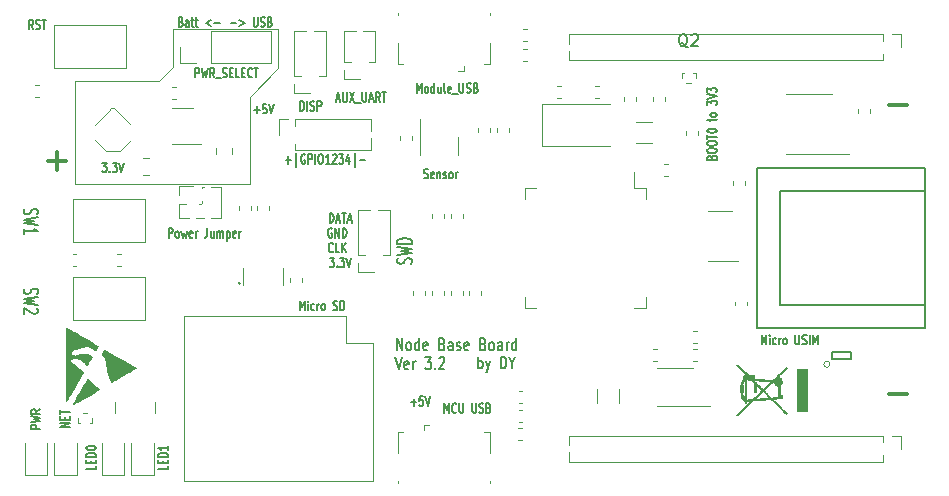
<source format=gto>
G04 #@! TF.GenerationSoftware,KiCad,Pcbnew,(5.99.0-539-g3370e8996)*
G04 #@! TF.CreationDate,2019-12-31T23:23:20-05:00*
G04 #@! TF.ProjectId,node_base,6e6f6465-5f62-4617-9365-2e6b69636164,rev?*
G04 #@! TF.SameCoordinates,Original*
G04 #@! TF.FileFunction,Legend,Top*
G04 #@! TF.FilePolarity,Positive*
%FSLAX46Y46*%
G04 Gerber Fmt 4.6, Leading zero omitted, Abs format (unit mm)*
G04 Created by KiCad (PCBNEW (5.99.0-539-g3370e8996)) date 2019-12-31 23:23:20*
%MOMM*%
%LPD*%
G04 APERTURE LIST*
%ADD10C,0.150000*%
%ADD11C,0.300000*%
%ADD12C,0.120000*%
%ADD13C,0.200000*%
%ADD14C,0.010000*%
G04 APERTURE END LIST*
D10*
X108364285Y-90811904D02*
X108735714Y-90811904D01*
X108535714Y-91116666D01*
X108621428Y-91116666D01*
X108678571Y-91154761D01*
X108707142Y-91192857D01*
X108735714Y-91269047D01*
X108735714Y-91459523D01*
X108707142Y-91535714D01*
X108678571Y-91573809D01*
X108621428Y-91611904D01*
X108450000Y-91611904D01*
X108392857Y-91573809D01*
X108364285Y-91535714D01*
X108992857Y-91535714D02*
X109021428Y-91573809D01*
X108992857Y-91611904D01*
X108964285Y-91573809D01*
X108992857Y-91535714D01*
X108992857Y-91611904D01*
X109221428Y-90811904D02*
X109592857Y-90811904D01*
X109392857Y-91116666D01*
X109478571Y-91116666D01*
X109535714Y-91154761D01*
X109564285Y-91192857D01*
X109592857Y-91269047D01*
X109592857Y-91459523D01*
X109564285Y-91535714D01*
X109535714Y-91573809D01*
X109478571Y-91611904D01*
X109307142Y-91611904D01*
X109250000Y-91573809D01*
X109221428Y-91535714D01*
X109764285Y-90811904D02*
X109964285Y-91611904D01*
X110164285Y-90811904D01*
X108642857Y-90285714D02*
X108614285Y-90323809D01*
X108528571Y-90361904D01*
X108471428Y-90361904D01*
X108385714Y-90323809D01*
X108328571Y-90247619D01*
X108300000Y-90171428D01*
X108271428Y-90019047D01*
X108271428Y-89904761D01*
X108300000Y-89752380D01*
X108328571Y-89676190D01*
X108385714Y-89600000D01*
X108471428Y-89561904D01*
X108528571Y-89561904D01*
X108614285Y-89600000D01*
X108642857Y-89638095D01*
X109185714Y-90361904D02*
X108900000Y-90361904D01*
X108900000Y-89561904D01*
X109385714Y-90361904D02*
X109385714Y-89561904D01*
X109728571Y-90361904D02*
X109471428Y-89904761D01*
X109728571Y-89561904D02*
X109385714Y-90019047D01*
X108542857Y-88350000D02*
X108485714Y-88311904D01*
X108400000Y-88311904D01*
X108314285Y-88350000D01*
X108257142Y-88426190D01*
X108228571Y-88502380D01*
X108200000Y-88654761D01*
X108200000Y-88769047D01*
X108228571Y-88921428D01*
X108257142Y-88997619D01*
X108314285Y-89073809D01*
X108400000Y-89111904D01*
X108457142Y-89111904D01*
X108542857Y-89073809D01*
X108571428Y-89035714D01*
X108571428Y-88769047D01*
X108457142Y-88769047D01*
X108828571Y-89111904D02*
X108828571Y-88311904D01*
X109171428Y-89111904D01*
X109171428Y-88311904D01*
X109457142Y-89111904D02*
X109457142Y-88311904D01*
X109600000Y-88311904D01*
X109685714Y-88350000D01*
X109742857Y-88426190D01*
X109771428Y-88502380D01*
X109800000Y-88654761D01*
X109800000Y-88769047D01*
X109771428Y-88921428D01*
X109742857Y-88997619D01*
X109685714Y-89073809D01*
X109600000Y-89111904D01*
X109457142Y-89111904D01*
X108350000Y-87861904D02*
X108350000Y-87061904D01*
X108492857Y-87061904D01*
X108578571Y-87100000D01*
X108635714Y-87176190D01*
X108664285Y-87252380D01*
X108692857Y-87404761D01*
X108692857Y-87519047D01*
X108664285Y-87671428D01*
X108635714Y-87747619D01*
X108578571Y-87823809D01*
X108492857Y-87861904D01*
X108350000Y-87861904D01*
X108921428Y-87633333D02*
X109207142Y-87633333D01*
X108864285Y-87861904D02*
X109064285Y-87061904D01*
X109264285Y-87861904D01*
X109378571Y-87061904D02*
X109721428Y-87061904D01*
X109550000Y-87861904D02*
X109550000Y-87061904D01*
X109892857Y-87633333D02*
X110178571Y-87633333D01*
X109835714Y-87861904D02*
X110035714Y-87061904D01*
X110235714Y-87861904D01*
X115228571Y-103057142D02*
X115685714Y-103057142D01*
X115457142Y-103361904D02*
X115457142Y-102752380D01*
X116257142Y-102561904D02*
X115971428Y-102561904D01*
X115942857Y-102942857D01*
X115971428Y-102904761D01*
X116028571Y-102866666D01*
X116171428Y-102866666D01*
X116228571Y-102904761D01*
X116257142Y-102942857D01*
X116285714Y-103019047D01*
X116285714Y-103209523D01*
X116257142Y-103285714D01*
X116228571Y-103323809D01*
X116171428Y-103361904D01*
X116028571Y-103361904D01*
X115971428Y-103323809D01*
X115942857Y-103285714D01*
X116457142Y-102561904D02*
X116657142Y-103361904D01*
X116857142Y-102561904D01*
X101978571Y-78307142D02*
X102435714Y-78307142D01*
X102207142Y-78611904D02*
X102207142Y-78002380D01*
X103007142Y-77811904D02*
X102721428Y-77811904D01*
X102692857Y-78192857D01*
X102721428Y-78154761D01*
X102778571Y-78116666D01*
X102921428Y-78116666D01*
X102978571Y-78154761D01*
X103007142Y-78192857D01*
X103035714Y-78269047D01*
X103035714Y-78459523D01*
X103007142Y-78535714D01*
X102978571Y-78573809D01*
X102921428Y-78611904D01*
X102778571Y-78611904D01*
X102721428Y-78573809D01*
X102692857Y-78535714D01*
X103207142Y-77811904D02*
X103407142Y-78611904D01*
X103607142Y-77811904D01*
X94721428Y-89111904D02*
X94721428Y-88311904D01*
X94950000Y-88311904D01*
X95007142Y-88350000D01*
X95035714Y-88388095D01*
X95064285Y-88464285D01*
X95064285Y-88578571D01*
X95035714Y-88654761D01*
X95007142Y-88692857D01*
X94950000Y-88730952D01*
X94721428Y-88730952D01*
X95407142Y-89111904D02*
X95350000Y-89073809D01*
X95321428Y-89035714D01*
X95292857Y-88959523D01*
X95292857Y-88730952D01*
X95321428Y-88654761D01*
X95350000Y-88616666D01*
X95407142Y-88578571D01*
X95492857Y-88578571D01*
X95550000Y-88616666D01*
X95578571Y-88654761D01*
X95607142Y-88730952D01*
X95607142Y-88959523D01*
X95578571Y-89035714D01*
X95550000Y-89073809D01*
X95492857Y-89111904D01*
X95407142Y-89111904D01*
X95807142Y-88578571D02*
X95921428Y-89111904D01*
X96035714Y-88730952D01*
X96150000Y-89111904D01*
X96264285Y-88578571D01*
X96721428Y-89073809D02*
X96664285Y-89111904D01*
X96550000Y-89111904D01*
X96492857Y-89073809D01*
X96464285Y-88997619D01*
X96464285Y-88692857D01*
X96492857Y-88616666D01*
X96550000Y-88578571D01*
X96664285Y-88578571D01*
X96721428Y-88616666D01*
X96750000Y-88692857D01*
X96750000Y-88769047D01*
X96464285Y-88845238D01*
X97007142Y-89111904D02*
X97007142Y-88578571D01*
X97007142Y-88730952D02*
X97035714Y-88654761D01*
X97064285Y-88616666D01*
X97121428Y-88578571D01*
X97178571Y-88578571D01*
X98007142Y-88311904D02*
X98007142Y-88883333D01*
X97978571Y-88997619D01*
X97921428Y-89073809D01*
X97835714Y-89111904D01*
X97778571Y-89111904D01*
X98550000Y-88578571D02*
X98550000Y-89111904D01*
X98292857Y-88578571D02*
X98292857Y-88997619D01*
X98321428Y-89073809D01*
X98378571Y-89111904D01*
X98464285Y-89111904D01*
X98521428Y-89073809D01*
X98550000Y-89035714D01*
X98835714Y-89111904D02*
X98835714Y-88578571D01*
X98835714Y-88654761D02*
X98864285Y-88616666D01*
X98921428Y-88578571D01*
X99007142Y-88578571D01*
X99064285Y-88616666D01*
X99092857Y-88692857D01*
X99092857Y-89111904D01*
X99092857Y-88692857D02*
X99121428Y-88616666D01*
X99178571Y-88578571D01*
X99264285Y-88578571D01*
X99321428Y-88616666D01*
X99350000Y-88692857D01*
X99350000Y-89111904D01*
X99635714Y-88578571D02*
X99635714Y-89378571D01*
X99635714Y-88616666D02*
X99692857Y-88578571D01*
X99807142Y-88578571D01*
X99864285Y-88616666D01*
X99892857Y-88654761D01*
X99921428Y-88730952D01*
X99921428Y-88959523D01*
X99892857Y-89035714D01*
X99864285Y-89073809D01*
X99807142Y-89111904D01*
X99692857Y-89111904D01*
X99635714Y-89073809D01*
X100407142Y-89073809D02*
X100350000Y-89111904D01*
X100235714Y-89111904D01*
X100178571Y-89073809D01*
X100150000Y-88997619D01*
X100150000Y-88692857D01*
X100178571Y-88616666D01*
X100235714Y-88578571D01*
X100350000Y-88578571D01*
X100407142Y-88616666D01*
X100435714Y-88692857D01*
X100435714Y-88769047D01*
X100150000Y-88845238D01*
X100692857Y-89111904D02*
X100692857Y-88578571D01*
X100692857Y-88730952D02*
X100721428Y-88654761D01*
X100750000Y-88616666D01*
X100807142Y-88578571D01*
X100864285Y-88578571D01*
D11*
X155738095Y-77892857D02*
X157261904Y-77892857D01*
X155738095Y-102392857D02*
X157261904Y-102392857D01*
X84488095Y-82642857D02*
X86011904Y-82642857D01*
X85250000Y-83404761D02*
X85250000Y-81880952D01*
D10*
X89114285Y-82761904D02*
X89485714Y-82761904D01*
X89285714Y-83066666D01*
X89371428Y-83066666D01*
X89428571Y-83104761D01*
X89457142Y-83142857D01*
X89485714Y-83219047D01*
X89485714Y-83409523D01*
X89457142Y-83485714D01*
X89428571Y-83523809D01*
X89371428Y-83561904D01*
X89200000Y-83561904D01*
X89142857Y-83523809D01*
X89114285Y-83485714D01*
X89742857Y-83485714D02*
X89771428Y-83523809D01*
X89742857Y-83561904D01*
X89714285Y-83523809D01*
X89742857Y-83485714D01*
X89742857Y-83561904D01*
X89971428Y-82761904D02*
X90342857Y-82761904D01*
X90142857Y-83066666D01*
X90228571Y-83066666D01*
X90285714Y-83104761D01*
X90314285Y-83142857D01*
X90342857Y-83219047D01*
X90342857Y-83409523D01*
X90314285Y-83485714D01*
X90285714Y-83523809D01*
X90228571Y-83561904D01*
X90057142Y-83561904D01*
X90000000Y-83523809D01*
X89971428Y-83485714D01*
X90514285Y-82761904D02*
X90714285Y-83561904D01*
X90914285Y-82761904D01*
X120914404Y-100202380D02*
X120914404Y-99202380D01*
X120914404Y-99583333D02*
X120990595Y-99535714D01*
X121142976Y-99535714D01*
X121219166Y-99583333D01*
X121257261Y-99630952D01*
X121295357Y-99726190D01*
X121295357Y-100011904D01*
X121257261Y-100107142D01*
X121219166Y-100154761D01*
X121142976Y-100202380D01*
X120990595Y-100202380D01*
X120914404Y-100154761D01*
X121562023Y-99535714D02*
X121752500Y-100202380D01*
X121942976Y-99535714D02*
X121752500Y-100202380D01*
X121676309Y-100440476D01*
X121638214Y-100488095D01*
X121562023Y-100535714D01*
X122857261Y-100202380D02*
X122857261Y-99202380D01*
X123047738Y-99202380D01*
X123162023Y-99250000D01*
X123238214Y-99345238D01*
X123276309Y-99440476D01*
X123314404Y-99630952D01*
X123314404Y-99773809D01*
X123276309Y-99964285D01*
X123238214Y-100059523D01*
X123162023Y-100154761D01*
X123047738Y-100202380D01*
X122857261Y-100202380D01*
X123809642Y-99726190D02*
X123809642Y-100202380D01*
X123542976Y-99202380D02*
X123809642Y-99726190D01*
X124076309Y-99202380D01*
X86361904Y-105171428D02*
X85561904Y-105171428D01*
X86361904Y-104828571D01*
X85561904Y-104828571D01*
X85942857Y-104542857D02*
X85942857Y-104342857D01*
X86361904Y-104257142D02*
X86361904Y-104542857D01*
X85561904Y-104542857D01*
X85561904Y-104257142D01*
X85561904Y-104085714D02*
X85561904Y-103742857D01*
X86361904Y-103914285D02*
X85561904Y-103914285D01*
X94661904Y-108421428D02*
X94661904Y-108707142D01*
X93861904Y-108707142D01*
X94242857Y-108221428D02*
X94242857Y-108021428D01*
X94661904Y-107935714D02*
X94661904Y-108221428D01*
X93861904Y-108221428D01*
X93861904Y-107935714D01*
X94661904Y-107678571D02*
X93861904Y-107678571D01*
X93861904Y-107535714D01*
X93900000Y-107450000D01*
X93976190Y-107392857D01*
X94052380Y-107364285D01*
X94204761Y-107335714D01*
X94319047Y-107335714D01*
X94471428Y-107364285D01*
X94547619Y-107392857D01*
X94623809Y-107450000D01*
X94661904Y-107535714D01*
X94661904Y-107678571D01*
X94661904Y-106764285D02*
X94661904Y-107107142D01*
X94661904Y-106935714D02*
X93861904Y-106935714D01*
X93976190Y-106992857D01*
X94052380Y-107050000D01*
X94090476Y-107107142D01*
X88561904Y-108421428D02*
X88561904Y-108707142D01*
X87761904Y-108707142D01*
X88142857Y-108221428D02*
X88142857Y-108021428D01*
X88561904Y-107935714D02*
X88561904Y-108221428D01*
X87761904Y-108221428D01*
X87761904Y-107935714D01*
X88561904Y-107678571D02*
X87761904Y-107678571D01*
X87761904Y-107535714D01*
X87800000Y-107450000D01*
X87876190Y-107392857D01*
X87952380Y-107364285D01*
X88104761Y-107335714D01*
X88219047Y-107335714D01*
X88371428Y-107364285D01*
X88447619Y-107392857D01*
X88523809Y-107450000D01*
X88561904Y-107535714D01*
X88561904Y-107678571D01*
X87761904Y-106964285D02*
X87761904Y-106907142D01*
X87800000Y-106850000D01*
X87838095Y-106821428D01*
X87914285Y-106792857D01*
X88066666Y-106764285D01*
X88257142Y-106764285D01*
X88409523Y-106792857D01*
X88485714Y-106821428D01*
X88523809Y-106850000D01*
X88561904Y-106907142D01*
X88561904Y-106964285D01*
X88523809Y-107021428D01*
X88485714Y-107050000D01*
X88409523Y-107078571D01*
X88257142Y-107107142D01*
X88066666Y-107107142D01*
X87914285Y-107078571D01*
X87838095Y-107050000D01*
X87800000Y-107021428D01*
X87761904Y-106964285D01*
X83861904Y-105300000D02*
X83061904Y-105300000D01*
X83061904Y-105071428D01*
X83100000Y-105014285D01*
X83138095Y-104985714D01*
X83214285Y-104957142D01*
X83328571Y-104957142D01*
X83404761Y-104985714D01*
X83442857Y-105014285D01*
X83480952Y-105071428D01*
X83480952Y-105300000D01*
X83061904Y-104757142D02*
X83861904Y-104614285D01*
X83290476Y-104500000D01*
X83861904Y-104385714D01*
X83061904Y-104242857D01*
X83861904Y-103671428D02*
X83480952Y-103871428D01*
X83861904Y-104014285D02*
X83061904Y-104014285D01*
X83061904Y-103785714D01*
X83100000Y-103728571D01*
X83138095Y-103700000D01*
X83214285Y-103671428D01*
X83328571Y-103671428D01*
X83404761Y-103700000D01*
X83442857Y-103728571D01*
X83480952Y-103785714D01*
X83480952Y-104014285D01*
D12*
X95100000Y-71500000D02*
X95100000Y-71700000D01*
X104000000Y-71500000D02*
X95100000Y-71500000D01*
X104000000Y-74800000D02*
X104000000Y-71500000D01*
X101600000Y-77200000D02*
X104000000Y-74800000D01*
X101600000Y-84600000D02*
X101600000Y-77200000D01*
X86800000Y-84600000D02*
X101600000Y-84600000D01*
X86800000Y-75900000D02*
X86800000Y-84600000D01*
X93900000Y-75900000D02*
X86800000Y-75900000D01*
X95100000Y-74700000D02*
X93900000Y-75900000D01*
X95100000Y-71700000D02*
X95100000Y-74700000D01*
D10*
X114037976Y-98647380D02*
X114037976Y-97647380D01*
X114495119Y-98647380D01*
X114495119Y-97647380D01*
X114990357Y-98647380D02*
X114914166Y-98599761D01*
X114876071Y-98552142D01*
X114837976Y-98456904D01*
X114837976Y-98171190D01*
X114876071Y-98075952D01*
X114914166Y-98028333D01*
X114990357Y-97980714D01*
X115104642Y-97980714D01*
X115180833Y-98028333D01*
X115218928Y-98075952D01*
X115257023Y-98171190D01*
X115257023Y-98456904D01*
X115218928Y-98552142D01*
X115180833Y-98599761D01*
X115104642Y-98647380D01*
X114990357Y-98647380D01*
X115942738Y-98647380D02*
X115942738Y-97647380D01*
X115942738Y-98599761D02*
X115866547Y-98647380D01*
X115714166Y-98647380D01*
X115637976Y-98599761D01*
X115599880Y-98552142D01*
X115561785Y-98456904D01*
X115561785Y-98171190D01*
X115599880Y-98075952D01*
X115637976Y-98028333D01*
X115714166Y-97980714D01*
X115866547Y-97980714D01*
X115942738Y-98028333D01*
X116628452Y-98599761D02*
X116552261Y-98647380D01*
X116399880Y-98647380D01*
X116323690Y-98599761D01*
X116285595Y-98504523D01*
X116285595Y-98123571D01*
X116323690Y-98028333D01*
X116399880Y-97980714D01*
X116552261Y-97980714D01*
X116628452Y-98028333D01*
X116666547Y-98123571D01*
X116666547Y-98218809D01*
X116285595Y-98314047D01*
X117885595Y-98123571D02*
X117999880Y-98171190D01*
X118037976Y-98218809D01*
X118076071Y-98314047D01*
X118076071Y-98456904D01*
X118037976Y-98552142D01*
X117999880Y-98599761D01*
X117923690Y-98647380D01*
X117618928Y-98647380D01*
X117618928Y-97647380D01*
X117885595Y-97647380D01*
X117961785Y-97695000D01*
X117999880Y-97742619D01*
X118037976Y-97837857D01*
X118037976Y-97933095D01*
X117999880Y-98028333D01*
X117961785Y-98075952D01*
X117885595Y-98123571D01*
X117618928Y-98123571D01*
X118761785Y-98647380D02*
X118761785Y-98123571D01*
X118723690Y-98028333D01*
X118647500Y-97980714D01*
X118495119Y-97980714D01*
X118418928Y-98028333D01*
X118761785Y-98599761D02*
X118685595Y-98647380D01*
X118495119Y-98647380D01*
X118418928Y-98599761D01*
X118380833Y-98504523D01*
X118380833Y-98409285D01*
X118418928Y-98314047D01*
X118495119Y-98266428D01*
X118685595Y-98266428D01*
X118761785Y-98218809D01*
X119104642Y-98599761D02*
X119180833Y-98647380D01*
X119333214Y-98647380D01*
X119409404Y-98599761D01*
X119447500Y-98504523D01*
X119447500Y-98456904D01*
X119409404Y-98361666D01*
X119333214Y-98314047D01*
X119218928Y-98314047D01*
X119142738Y-98266428D01*
X119104642Y-98171190D01*
X119104642Y-98123571D01*
X119142738Y-98028333D01*
X119218928Y-97980714D01*
X119333214Y-97980714D01*
X119409404Y-98028333D01*
X120095119Y-98599761D02*
X120018928Y-98647380D01*
X119866547Y-98647380D01*
X119790357Y-98599761D01*
X119752261Y-98504523D01*
X119752261Y-98123571D01*
X119790357Y-98028333D01*
X119866547Y-97980714D01*
X120018928Y-97980714D01*
X120095119Y-98028333D01*
X120133214Y-98123571D01*
X120133214Y-98218809D01*
X119752261Y-98314047D01*
X121352261Y-98123571D02*
X121466547Y-98171190D01*
X121504642Y-98218809D01*
X121542738Y-98314047D01*
X121542738Y-98456904D01*
X121504642Y-98552142D01*
X121466547Y-98599761D01*
X121390357Y-98647380D01*
X121085595Y-98647380D01*
X121085595Y-97647380D01*
X121352261Y-97647380D01*
X121428452Y-97695000D01*
X121466547Y-97742619D01*
X121504642Y-97837857D01*
X121504642Y-97933095D01*
X121466547Y-98028333D01*
X121428452Y-98075952D01*
X121352261Y-98123571D01*
X121085595Y-98123571D01*
X121999880Y-98647380D02*
X121923690Y-98599761D01*
X121885595Y-98552142D01*
X121847500Y-98456904D01*
X121847500Y-98171190D01*
X121885595Y-98075952D01*
X121923690Y-98028333D01*
X121999880Y-97980714D01*
X122114166Y-97980714D01*
X122190357Y-98028333D01*
X122228452Y-98075952D01*
X122266547Y-98171190D01*
X122266547Y-98456904D01*
X122228452Y-98552142D01*
X122190357Y-98599761D01*
X122114166Y-98647380D01*
X121999880Y-98647380D01*
X122952261Y-98647380D02*
X122952261Y-98123571D01*
X122914166Y-98028333D01*
X122837976Y-97980714D01*
X122685595Y-97980714D01*
X122609404Y-98028333D01*
X122952261Y-98599761D02*
X122876071Y-98647380D01*
X122685595Y-98647380D01*
X122609404Y-98599761D01*
X122571309Y-98504523D01*
X122571309Y-98409285D01*
X122609404Y-98314047D01*
X122685595Y-98266428D01*
X122876071Y-98266428D01*
X122952261Y-98218809D01*
X123333214Y-98647380D02*
X123333214Y-97980714D01*
X123333214Y-98171190D02*
X123371309Y-98075952D01*
X123409404Y-98028333D01*
X123485595Y-97980714D01*
X123561785Y-97980714D01*
X124171309Y-98647380D02*
X124171309Y-97647380D01*
X124171309Y-98599761D02*
X124095119Y-98647380D01*
X123942738Y-98647380D01*
X123866547Y-98599761D01*
X123828452Y-98552142D01*
X123790357Y-98456904D01*
X123790357Y-98171190D01*
X123828452Y-98075952D01*
X123866547Y-98028333D01*
X123942738Y-97980714D01*
X124095119Y-97980714D01*
X124171309Y-98028333D01*
X113923690Y-99257380D02*
X114190357Y-100257380D01*
X114457023Y-99257380D01*
X115028452Y-100209761D02*
X114952261Y-100257380D01*
X114799880Y-100257380D01*
X114723690Y-100209761D01*
X114685595Y-100114523D01*
X114685595Y-99733571D01*
X114723690Y-99638333D01*
X114799880Y-99590714D01*
X114952261Y-99590714D01*
X115028452Y-99638333D01*
X115066547Y-99733571D01*
X115066547Y-99828809D01*
X114685595Y-99924047D01*
X115409404Y-100257380D02*
X115409404Y-99590714D01*
X115409404Y-99781190D02*
X115447500Y-99685952D01*
X115485595Y-99638333D01*
X115561785Y-99590714D01*
X115637976Y-99590714D01*
X116437976Y-99257380D02*
X116933214Y-99257380D01*
X116666547Y-99638333D01*
X116780833Y-99638333D01*
X116857023Y-99685952D01*
X116895119Y-99733571D01*
X116933214Y-99828809D01*
X116933214Y-100066904D01*
X116895119Y-100162142D01*
X116857023Y-100209761D01*
X116780833Y-100257380D01*
X116552261Y-100257380D01*
X116476071Y-100209761D01*
X116437976Y-100162142D01*
X117276071Y-100162142D02*
X117314166Y-100209761D01*
X117276071Y-100257380D01*
X117237976Y-100209761D01*
X117276071Y-100162142D01*
X117276071Y-100257380D01*
X117618928Y-99352619D02*
X117657023Y-99305000D01*
X117733214Y-99257380D01*
X117923690Y-99257380D01*
X117999880Y-99305000D01*
X118037976Y-99352619D01*
X118076071Y-99447857D01*
X118076071Y-99543095D01*
X118037976Y-99685952D01*
X117580833Y-100257380D01*
X118076071Y-100257380D01*
X116350000Y-84073809D02*
X116435714Y-84111904D01*
X116578571Y-84111904D01*
X116635714Y-84073809D01*
X116664285Y-84035714D01*
X116692857Y-83959523D01*
X116692857Y-83883333D01*
X116664285Y-83807142D01*
X116635714Y-83769047D01*
X116578571Y-83730952D01*
X116464285Y-83692857D01*
X116407142Y-83654761D01*
X116378571Y-83616666D01*
X116350000Y-83540476D01*
X116350000Y-83464285D01*
X116378571Y-83388095D01*
X116407142Y-83350000D01*
X116464285Y-83311904D01*
X116607142Y-83311904D01*
X116692857Y-83350000D01*
X117178571Y-84073809D02*
X117121428Y-84111904D01*
X117007142Y-84111904D01*
X116950000Y-84073809D01*
X116921428Y-83997619D01*
X116921428Y-83692857D01*
X116950000Y-83616666D01*
X117007142Y-83578571D01*
X117121428Y-83578571D01*
X117178571Y-83616666D01*
X117207142Y-83692857D01*
X117207142Y-83769047D01*
X116921428Y-83845238D01*
X117464285Y-83578571D02*
X117464285Y-84111904D01*
X117464285Y-83654761D02*
X117492857Y-83616666D01*
X117550000Y-83578571D01*
X117635714Y-83578571D01*
X117692857Y-83616666D01*
X117721428Y-83692857D01*
X117721428Y-84111904D01*
X117978571Y-84073809D02*
X118035714Y-84111904D01*
X118150000Y-84111904D01*
X118207142Y-84073809D01*
X118235714Y-83997619D01*
X118235714Y-83959523D01*
X118207142Y-83883333D01*
X118150000Y-83845238D01*
X118064285Y-83845238D01*
X118007142Y-83807142D01*
X117978571Y-83730952D01*
X117978571Y-83692857D01*
X118007142Y-83616666D01*
X118064285Y-83578571D01*
X118150000Y-83578571D01*
X118207142Y-83616666D01*
X118578571Y-84111904D02*
X118521428Y-84073809D01*
X118492857Y-84035714D01*
X118464285Y-83959523D01*
X118464285Y-83730952D01*
X118492857Y-83654761D01*
X118521428Y-83616666D01*
X118578571Y-83578571D01*
X118664285Y-83578571D01*
X118721428Y-83616666D01*
X118750000Y-83654761D01*
X118778571Y-83730952D01*
X118778571Y-83959523D01*
X118750000Y-84035714D01*
X118721428Y-84073809D01*
X118664285Y-84111904D01*
X118578571Y-84111904D01*
X119035714Y-84111904D02*
X119035714Y-83578571D01*
X119035714Y-83730952D02*
X119064285Y-83654761D01*
X119092857Y-83616666D01*
X119150000Y-83578571D01*
X119207142Y-83578571D01*
X140692857Y-82328571D02*
X140730952Y-82242857D01*
X140769047Y-82214285D01*
X140845238Y-82185714D01*
X140959523Y-82185714D01*
X141035714Y-82214285D01*
X141073809Y-82242857D01*
X141111904Y-82300000D01*
X141111904Y-82528571D01*
X140311904Y-82528571D01*
X140311904Y-82328571D01*
X140350000Y-82271428D01*
X140388095Y-82242857D01*
X140464285Y-82214285D01*
X140540476Y-82214285D01*
X140616666Y-82242857D01*
X140654761Y-82271428D01*
X140692857Y-82328571D01*
X140692857Y-82528571D01*
X140311904Y-81814285D02*
X140311904Y-81700000D01*
X140350000Y-81642857D01*
X140426190Y-81585714D01*
X140578571Y-81557142D01*
X140845238Y-81557142D01*
X140997619Y-81585714D01*
X141073809Y-81642857D01*
X141111904Y-81700000D01*
X141111904Y-81814285D01*
X141073809Y-81871428D01*
X140997619Y-81928571D01*
X140845238Y-81957142D01*
X140578571Y-81957142D01*
X140426190Y-81928571D01*
X140350000Y-81871428D01*
X140311904Y-81814285D01*
X140311904Y-81185714D02*
X140311904Y-81071428D01*
X140350000Y-81014285D01*
X140426190Y-80957142D01*
X140578571Y-80928571D01*
X140845238Y-80928571D01*
X140997619Y-80957142D01*
X141073809Y-81014285D01*
X141111904Y-81071428D01*
X141111904Y-81185714D01*
X141073809Y-81242857D01*
X140997619Y-81300000D01*
X140845238Y-81328571D01*
X140578571Y-81328571D01*
X140426190Y-81300000D01*
X140350000Y-81242857D01*
X140311904Y-81185714D01*
X140311904Y-80757142D02*
X140311904Y-80414285D01*
X141111904Y-80585714D02*
X140311904Y-80585714D01*
X140311904Y-80100000D02*
X140311904Y-80042857D01*
X140350000Y-79985714D01*
X140388095Y-79957142D01*
X140464285Y-79928571D01*
X140616666Y-79900000D01*
X140807142Y-79900000D01*
X140959523Y-79928571D01*
X141035714Y-79957142D01*
X141073809Y-79985714D01*
X141111904Y-80042857D01*
X141111904Y-80100000D01*
X141073809Y-80157142D01*
X141035714Y-80185714D01*
X140959523Y-80214285D01*
X140807142Y-80242857D01*
X140616666Y-80242857D01*
X140464285Y-80214285D01*
X140388095Y-80185714D01*
X140350000Y-80157142D01*
X140311904Y-80100000D01*
X140578571Y-79271428D02*
X140578571Y-79042857D01*
X140311904Y-79185714D02*
X140997619Y-79185714D01*
X141073809Y-79157142D01*
X141111904Y-79100000D01*
X141111904Y-79042857D01*
X141111904Y-78757142D02*
X141073809Y-78814285D01*
X141035714Y-78842857D01*
X140959523Y-78871428D01*
X140730952Y-78871428D01*
X140654761Y-78842857D01*
X140616666Y-78814285D01*
X140578571Y-78757142D01*
X140578571Y-78671428D01*
X140616666Y-78614285D01*
X140654761Y-78585714D01*
X140730952Y-78557142D01*
X140959523Y-78557142D01*
X141035714Y-78585714D01*
X141073809Y-78614285D01*
X141111904Y-78671428D01*
X141111904Y-78757142D01*
X140311904Y-77900000D02*
X140311904Y-77528571D01*
X140616666Y-77728571D01*
X140616666Y-77642857D01*
X140654761Y-77585714D01*
X140692857Y-77557142D01*
X140769047Y-77528571D01*
X140959523Y-77528571D01*
X141035714Y-77557142D01*
X141073809Y-77585714D01*
X141111904Y-77642857D01*
X141111904Y-77814285D01*
X141073809Y-77871428D01*
X141035714Y-77900000D01*
X140311904Y-77357142D02*
X141111904Y-77157142D01*
X140311904Y-76957142D01*
X140311904Y-76814285D02*
X140311904Y-76442857D01*
X140616666Y-76642857D01*
X140616666Y-76557142D01*
X140654761Y-76500000D01*
X140692857Y-76471428D01*
X140769047Y-76442857D01*
X140959523Y-76442857D01*
X141035714Y-76471428D01*
X141073809Y-76500000D01*
X141111904Y-76557142D01*
X141111904Y-76728571D01*
X141073809Y-76785714D01*
X141035714Y-76814285D01*
X118057142Y-103961904D02*
X118057142Y-103161904D01*
X118257142Y-103733333D01*
X118457142Y-103161904D01*
X118457142Y-103961904D01*
X119085714Y-103885714D02*
X119057142Y-103923809D01*
X118971428Y-103961904D01*
X118914285Y-103961904D01*
X118828571Y-103923809D01*
X118771428Y-103847619D01*
X118742857Y-103771428D01*
X118714285Y-103619047D01*
X118714285Y-103504761D01*
X118742857Y-103352380D01*
X118771428Y-103276190D01*
X118828571Y-103200000D01*
X118914285Y-103161904D01*
X118971428Y-103161904D01*
X119057142Y-103200000D01*
X119085714Y-103238095D01*
X119342857Y-103161904D02*
X119342857Y-103809523D01*
X119371428Y-103885714D01*
X119400000Y-103923809D01*
X119457142Y-103961904D01*
X119571428Y-103961904D01*
X119628571Y-103923809D01*
X119657142Y-103885714D01*
X119685714Y-103809523D01*
X119685714Y-103161904D01*
X120428571Y-103161904D02*
X120428571Y-103809523D01*
X120457142Y-103885714D01*
X120485714Y-103923809D01*
X120542857Y-103961904D01*
X120657142Y-103961904D01*
X120714285Y-103923809D01*
X120742857Y-103885714D01*
X120771428Y-103809523D01*
X120771428Y-103161904D01*
X121028571Y-103923809D02*
X121114285Y-103961904D01*
X121257142Y-103961904D01*
X121314285Y-103923809D01*
X121342857Y-103885714D01*
X121371428Y-103809523D01*
X121371428Y-103733333D01*
X121342857Y-103657142D01*
X121314285Y-103619047D01*
X121257142Y-103580952D01*
X121142857Y-103542857D01*
X121085714Y-103504761D01*
X121057142Y-103466666D01*
X121028571Y-103390476D01*
X121028571Y-103314285D01*
X121057142Y-103238095D01*
X121085714Y-103200000D01*
X121142857Y-103161904D01*
X121285714Y-103161904D01*
X121371428Y-103200000D01*
X121828571Y-103542857D02*
X121914285Y-103580952D01*
X121942857Y-103619047D01*
X121971428Y-103695238D01*
X121971428Y-103809523D01*
X121942857Y-103885714D01*
X121914285Y-103923809D01*
X121857142Y-103961904D01*
X121628571Y-103961904D01*
X121628571Y-103161904D01*
X121828571Y-103161904D01*
X121885714Y-103200000D01*
X121914285Y-103238095D01*
X121942857Y-103314285D01*
X121942857Y-103390476D01*
X121914285Y-103466666D01*
X121885714Y-103504761D01*
X121828571Y-103542857D01*
X121628571Y-103542857D01*
D13*
X82514285Y-86683333D02*
X82457142Y-86797619D01*
X82457142Y-86988095D01*
X82514285Y-87064285D01*
X82571428Y-87102380D01*
X82685714Y-87140476D01*
X82800000Y-87140476D01*
X82914285Y-87102380D01*
X82971428Y-87064285D01*
X83028571Y-86988095D01*
X83085714Y-86835714D01*
X83142857Y-86759523D01*
X83200000Y-86721428D01*
X83314285Y-86683333D01*
X83428571Y-86683333D01*
X83542857Y-86721428D01*
X83600000Y-86759523D01*
X83657142Y-86835714D01*
X83657142Y-87026190D01*
X83600000Y-87140476D01*
X83657142Y-87407142D02*
X82457142Y-87597619D01*
X83314285Y-87750000D01*
X82457142Y-87902380D01*
X83657142Y-88092857D01*
X82457142Y-88816666D02*
X82457142Y-88359523D01*
X82457142Y-88588095D02*
X83657142Y-88588095D01*
X83485714Y-88511904D01*
X83371428Y-88435714D01*
X83314285Y-88359523D01*
X82514285Y-93433333D02*
X82457142Y-93547619D01*
X82457142Y-93738095D01*
X82514285Y-93814285D01*
X82571428Y-93852380D01*
X82685714Y-93890476D01*
X82800000Y-93890476D01*
X82914285Y-93852380D01*
X82971428Y-93814285D01*
X83028571Y-93738095D01*
X83085714Y-93585714D01*
X83142857Y-93509523D01*
X83200000Y-93471428D01*
X83314285Y-93433333D01*
X83428571Y-93433333D01*
X83542857Y-93471428D01*
X83600000Y-93509523D01*
X83657142Y-93585714D01*
X83657142Y-93776190D01*
X83600000Y-93890476D01*
X83657142Y-94157142D02*
X82457142Y-94347619D01*
X83314285Y-94500000D01*
X82457142Y-94652380D01*
X83657142Y-94842857D01*
X83542857Y-95109523D02*
X83600000Y-95147619D01*
X83657142Y-95223809D01*
X83657142Y-95414285D01*
X83600000Y-95490476D01*
X83542857Y-95528571D01*
X83428571Y-95566666D01*
X83314285Y-95566666D01*
X83142857Y-95528571D01*
X82457142Y-95071428D01*
X82457142Y-95566666D01*
X115235714Y-91335714D02*
X115292857Y-91221428D01*
X115292857Y-91030952D01*
X115235714Y-90954761D01*
X115178571Y-90916666D01*
X115064285Y-90878571D01*
X114950000Y-90878571D01*
X114835714Y-90916666D01*
X114778571Y-90954761D01*
X114721428Y-91030952D01*
X114664285Y-91183333D01*
X114607142Y-91259523D01*
X114550000Y-91297619D01*
X114435714Y-91335714D01*
X114321428Y-91335714D01*
X114207142Y-91297619D01*
X114150000Y-91259523D01*
X114092857Y-91183333D01*
X114092857Y-90992857D01*
X114150000Y-90878571D01*
X114092857Y-90611904D02*
X115292857Y-90421428D01*
X114435714Y-90269047D01*
X115292857Y-90116666D01*
X114092857Y-89926190D01*
X115292857Y-89621428D02*
X114092857Y-89621428D01*
X114092857Y-89430952D01*
X114150000Y-89316666D01*
X114264285Y-89240476D01*
X114378571Y-89202380D01*
X114607142Y-89164285D01*
X114778571Y-89164285D01*
X115007142Y-89202380D01*
X115121428Y-89240476D01*
X115235714Y-89316666D01*
X115292857Y-89430952D01*
X115292857Y-89621428D01*
D10*
X105828571Y-95261904D02*
X105828571Y-94461904D01*
X106028571Y-95033333D01*
X106228571Y-94461904D01*
X106228571Y-95261904D01*
X106514285Y-95261904D02*
X106514285Y-94728571D01*
X106514285Y-94461904D02*
X106485714Y-94500000D01*
X106514285Y-94538095D01*
X106542857Y-94500000D01*
X106514285Y-94461904D01*
X106514285Y-94538095D01*
X107057142Y-95223809D02*
X107000000Y-95261904D01*
X106885714Y-95261904D01*
X106828571Y-95223809D01*
X106800000Y-95185714D01*
X106771428Y-95109523D01*
X106771428Y-94880952D01*
X106800000Y-94804761D01*
X106828571Y-94766666D01*
X106885714Y-94728571D01*
X107000000Y-94728571D01*
X107057142Y-94766666D01*
X107314285Y-95261904D02*
X107314285Y-94728571D01*
X107314285Y-94880952D02*
X107342857Y-94804761D01*
X107371428Y-94766666D01*
X107428571Y-94728571D01*
X107485714Y-94728571D01*
X107771428Y-95261904D02*
X107714285Y-95223809D01*
X107685714Y-95185714D01*
X107657142Y-95109523D01*
X107657142Y-94880952D01*
X107685714Y-94804761D01*
X107714285Y-94766666D01*
X107771428Y-94728571D01*
X107857142Y-94728571D01*
X107914285Y-94766666D01*
X107942857Y-94804761D01*
X107971428Y-94880952D01*
X107971428Y-95109523D01*
X107942857Y-95185714D01*
X107914285Y-95223809D01*
X107857142Y-95261904D01*
X107771428Y-95261904D01*
X108657142Y-95223809D02*
X108742857Y-95261904D01*
X108885714Y-95261904D01*
X108942857Y-95223809D01*
X108971428Y-95185714D01*
X109000000Y-95109523D01*
X109000000Y-95033333D01*
X108971428Y-94957142D01*
X108942857Y-94919047D01*
X108885714Y-94880952D01*
X108771428Y-94842857D01*
X108714285Y-94804761D01*
X108685714Y-94766666D01*
X108657142Y-94690476D01*
X108657142Y-94614285D01*
X108685714Y-94538095D01*
X108714285Y-94500000D01*
X108771428Y-94461904D01*
X108914285Y-94461904D01*
X109000000Y-94500000D01*
X109257142Y-95261904D02*
X109257142Y-94461904D01*
X109400000Y-94461904D01*
X109485714Y-94500000D01*
X109542857Y-94576190D01*
X109571428Y-94652380D01*
X109600000Y-94804761D01*
X109600000Y-94919047D01*
X109571428Y-95071428D01*
X109542857Y-95147619D01*
X109485714Y-95223809D01*
X109400000Y-95261904D01*
X109257142Y-95261904D01*
X144928571Y-98161904D02*
X144928571Y-97361904D01*
X145128571Y-97933333D01*
X145328571Y-97361904D01*
X145328571Y-98161904D01*
X145614285Y-98161904D02*
X145614285Y-97628571D01*
X145614285Y-97361904D02*
X145585714Y-97400000D01*
X145614285Y-97438095D01*
X145642857Y-97400000D01*
X145614285Y-97361904D01*
X145614285Y-97438095D01*
X146157142Y-98123809D02*
X146100000Y-98161904D01*
X145985714Y-98161904D01*
X145928571Y-98123809D01*
X145900000Y-98085714D01*
X145871428Y-98009523D01*
X145871428Y-97780952D01*
X145900000Y-97704761D01*
X145928571Y-97666666D01*
X145985714Y-97628571D01*
X146100000Y-97628571D01*
X146157142Y-97666666D01*
X146414285Y-98161904D02*
X146414285Y-97628571D01*
X146414285Y-97780952D02*
X146442857Y-97704761D01*
X146471428Y-97666666D01*
X146528571Y-97628571D01*
X146585714Y-97628571D01*
X146871428Y-98161904D02*
X146814285Y-98123809D01*
X146785714Y-98085714D01*
X146757142Y-98009523D01*
X146757142Y-97780952D01*
X146785714Y-97704761D01*
X146814285Y-97666666D01*
X146871428Y-97628571D01*
X146957142Y-97628571D01*
X147014285Y-97666666D01*
X147042857Y-97704761D01*
X147071428Y-97780952D01*
X147071428Y-98009523D01*
X147042857Y-98085714D01*
X147014285Y-98123809D01*
X146957142Y-98161904D01*
X146871428Y-98161904D01*
X147785714Y-97361904D02*
X147785714Y-98009523D01*
X147814285Y-98085714D01*
X147842857Y-98123809D01*
X147900000Y-98161904D01*
X148014285Y-98161904D01*
X148071428Y-98123809D01*
X148100000Y-98085714D01*
X148128571Y-98009523D01*
X148128571Y-97361904D01*
X148385714Y-98123809D02*
X148471428Y-98161904D01*
X148614285Y-98161904D01*
X148671428Y-98123809D01*
X148700000Y-98085714D01*
X148728571Y-98009523D01*
X148728571Y-97933333D01*
X148700000Y-97857142D01*
X148671428Y-97819047D01*
X148614285Y-97780952D01*
X148500000Y-97742857D01*
X148442857Y-97704761D01*
X148414285Y-97666666D01*
X148385714Y-97590476D01*
X148385714Y-97514285D01*
X148414285Y-97438095D01*
X148442857Y-97400000D01*
X148500000Y-97361904D01*
X148642857Y-97361904D01*
X148728571Y-97400000D01*
X148985714Y-98161904D02*
X148985714Y-97361904D01*
X149271428Y-98161904D02*
X149271428Y-97361904D01*
X149471428Y-97933333D01*
X149671428Y-97361904D01*
X149671428Y-98161904D01*
X115742857Y-76861904D02*
X115742857Y-76061904D01*
X115942857Y-76633333D01*
X116142857Y-76061904D01*
X116142857Y-76861904D01*
X116514285Y-76861904D02*
X116457142Y-76823809D01*
X116428571Y-76785714D01*
X116400000Y-76709523D01*
X116400000Y-76480952D01*
X116428571Y-76404761D01*
X116457142Y-76366666D01*
X116514285Y-76328571D01*
X116600000Y-76328571D01*
X116657142Y-76366666D01*
X116685714Y-76404761D01*
X116714285Y-76480952D01*
X116714285Y-76709523D01*
X116685714Y-76785714D01*
X116657142Y-76823809D01*
X116600000Y-76861904D01*
X116514285Y-76861904D01*
X117228571Y-76861904D02*
X117228571Y-76061904D01*
X117228571Y-76823809D02*
X117171428Y-76861904D01*
X117057142Y-76861904D01*
X117000000Y-76823809D01*
X116971428Y-76785714D01*
X116942857Y-76709523D01*
X116942857Y-76480952D01*
X116971428Y-76404761D01*
X117000000Y-76366666D01*
X117057142Y-76328571D01*
X117171428Y-76328571D01*
X117228571Y-76366666D01*
X117771428Y-76328571D02*
X117771428Y-76861904D01*
X117514285Y-76328571D02*
X117514285Y-76747619D01*
X117542857Y-76823809D01*
X117600000Y-76861904D01*
X117685714Y-76861904D01*
X117742857Y-76823809D01*
X117771428Y-76785714D01*
X118142857Y-76861904D02*
X118085714Y-76823809D01*
X118057142Y-76747619D01*
X118057142Y-76061904D01*
X118600000Y-76823809D02*
X118542857Y-76861904D01*
X118428571Y-76861904D01*
X118371428Y-76823809D01*
X118342857Y-76747619D01*
X118342857Y-76442857D01*
X118371428Y-76366666D01*
X118428571Y-76328571D01*
X118542857Y-76328571D01*
X118600000Y-76366666D01*
X118628571Y-76442857D01*
X118628571Y-76519047D01*
X118342857Y-76595238D01*
X118742857Y-76938095D02*
X119200000Y-76938095D01*
X119342857Y-76061904D02*
X119342857Y-76709523D01*
X119371428Y-76785714D01*
X119400000Y-76823809D01*
X119457142Y-76861904D01*
X119571428Y-76861904D01*
X119628571Y-76823809D01*
X119657142Y-76785714D01*
X119685714Y-76709523D01*
X119685714Y-76061904D01*
X119942857Y-76823809D02*
X120028571Y-76861904D01*
X120171428Y-76861904D01*
X120228571Y-76823809D01*
X120257142Y-76785714D01*
X120285714Y-76709523D01*
X120285714Y-76633333D01*
X120257142Y-76557142D01*
X120228571Y-76519047D01*
X120171428Y-76480952D01*
X120057142Y-76442857D01*
X120000000Y-76404761D01*
X119971428Y-76366666D01*
X119942857Y-76290476D01*
X119942857Y-76214285D01*
X119971428Y-76138095D01*
X120000000Y-76100000D01*
X120057142Y-76061904D01*
X120200000Y-76061904D01*
X120285714Y-76100000D01*
X120742857Y-76442857D02*
X120828571Y-76480952D01*
X120857142Y-76519047D01*
X120885714Y-76595238D01*
X120885714Y-76709523D01*
X120857142Y-76785714D01*
X120828571Y-76823809D01*
X120771428Y-76861904D01*
X120542857Y-76861904D01*
X120542857Y-76061904D01*
X120742857Y-76061904D01*
X120800000Y-76100000D01*
X120828571Y-76138095D01*
X120857142Y-76214285D01*
X120857142Y-76290476D01*
X120828571Y-76366666D01*
X120800000Y-76404761D01*
X120742857Y-76442857D01*
X120542857Y-76442857D01*
X104628571Y-82557142D02*
X105085714Y-82557142D01*
X104857142Y-82861904D02*
X104857142Y-82252380D01*
X105514285Y-83128571D02*
X105514285Y-81985714D01*
X106257142Y-82100000D02*
X106200000Y-82061904D01*
X106114285Y-82061904D01*
X106028571Y-82100000D01*
X105971428Y-82176190D01*
X105942857Y-82252380D01*
X105914285Y-82404761D01*
X105914285Y-82519047D01*
X105942857Y-82671428D01*
X105971428Y-82747619D01*
X106028571Y-82823809D01*
X106114285Y-82861904D01*
X106171428Y-82861904D01*
X106257142Y-82823809D01*
X106285714Y-82785714D01*
X106285714Y-82519047D01*
X106171428Y-82519047D01*
X106542857Y-82861904D02*
X106542857Y-82061904D01*
X106771428Y-82061904D01*
X106828571Y-82100000D01*
X106857142Y-82138095D01*
X106885714Y-82214285D01*
X106885714Y-82328571D01*
X106857142Y-82404761D01*
X106828571Y-82442857D01*
X106771428Y-82480952D01*
X106542857Y-82480952D01*
X107142857Y-82861904D02*
X107142857Y-82061904D01*
X107542857Y-82061904D02*
X107657142Y-82061904D01*
X107714285Y-82100000D01*
X107771428Y-82176190D01*
X107800000Y-82328571D01*
X107800000Y-82595238D01*
X107771428Y-82747619D01*
X107714285Y-82823809D01*
X107657142Y-82861904D01*
X107542857Y-82861904D01*
X107485714Y-82823809D01*
X107428571Y-82747619D01*
X107400000Y-82595238D01*
X107400000Y-82328571D01*
X107428571Y-82176190D01*
X107485714Y-82100000D01*
X107542857Y-82061904D01*
X108371428Y-82861904D02*
X108028571Y-82861904D01*
X108200000Y-82861904D02*
X108200000Y-82061904D01*
X108142857Y-82176190D01*
X108085714Y-82252380D01*
X108028571Y-82290476D01*
X108600000Y-82138095D02*
X108628571Y-82100000D01*
X108685714Y-82061904D01*
X108828571Y-82061904D01*
X108885714Y-82100000D01*
X108914285Y-82138095D01*
X108942857Y-82214285D01*
X108942857Y-82290476D01*
X108914285Y-82404761D01*
X108571428Y-82861904D01*
X108942857Y-82861904D01*
X109142857Y-82061904D02*
X109514285Y-82061904D01*
X109314285Y-82366666D01*
X109400000Y-82366666D01*
X109457142Y-82404761D01*
X109485714Y-82442857D01*
X109514285Y-82519047D01*
X109514285Y-82709523D01*
X109485714Y-82785714D01*
X109457142Y-82823809D01*
X109400000Y-82861904D01*
X109228571Y-82861904D01*
X109171428Y-82823809D01*
X109142857Y-82785714D01*
X110028571Y-82328571D02*
X110028571Y-82861904D01*
X109885714Y-82023809D02*
X109742857Y-82595238D01*
X110114285Y-82595238D01*
X110485714Y-83128571D02*
X110485714Y-81985714D01*
X110914285Y-82557142D02*
X111371428Y-82557142D01*
X108928571Y-77383333D02*
X109214285Y-77383333D01*
X108871428Y-77611904D02*
X109071428Y-76811904D01*
X109271428Y-77611904D01*
X109471428Y-76811904D02*
X109471428Y-77459523D01*
X109500000Y-77535714D01*
X109528571Y-77573809D01*
X109585714Y-77611904D01*
X109700000Y-77611904D01*
X109757142Y-77573809D01*
X109785714Y-77535714D01*
X109814285Y-77459523D01*
X109814285Y-76811904D01*
X110042857Y-76811904D02*
X110442857Y-77611904D01*
X110442857Y-76811904D02*
X110042857Y-77611904D01*
X110528571Y-77688095D02*
X110985714Y-77688095D01*
X111128571Y-76811904D02*
X111128571Y-77459523D01*
X111157142Y-77535714D01*
X111185714Y-77573809D01*
X111242857Y-77611904D01*
X111357142Y-77611904D01*
X111414285Y-77573809D01*
X111442857Y-77535714D01*
X111471428Y-77459523D01*
X111471428Y-76811904D01*
X111728571Y-77383333D02*
X112014285Y-77383333D01*
X111671428Y-77611904D02*
X111871428Y-76811904D01*
X112071428Y-77611904D01*
X112614285Y-77611904D02*
X112414285Y-77230952D01*
X112271428Y-77611904D02*
X112271428Y-76811904D01*
X112500000Y-76811904D01*
X112557142Y-76850000D01*
X112585714Y-76888095D01*
X112614285Y-76964285D01*
X112614285Y-77078571D01*
X112585714Y-77154761D01*
X112557142Y-77192857D01*
X112500000Y-77230952D01*
X112271428Y-77230952D01*
X112785714Y-76811904D02*
X113128571Y-76811904D01*
X112957142Y-77611904D02*
X112957142Y-76811904D01*
X105864285Y-78361904D02*
X105864285Y-77561904D01*
X106007142Y-77561904D01*
X106092857Y-77600000D01*
X106150000Y-77676190D01*
X106178571Y-77752380D01*
X106207142Y-77904761D01*
X106207142Y-78019047D01*
X106178571Y-78171428D01*
X106150000Y-78247619D01*
X106092857Y-78323809D01*
X106007142Y-78361904D01*
X105864285Y-78361904D01*
X106464285Y-78361904D02*
X106464285Y-77561904D01*
X106721428Y-78323809D02*
X106807142Y-78361904D01*
X106950000Y-78361904D01*
X107007142Y-78323809D01*
X107035714Y-78285714D01*
X107064285Y-78209523D01*
X107064285Y-78133333D01*
X107035714Y-78057142D01*
X107007142Y-78019047D01*
X106950000Y-77980952D01*
X106835714Y-77942857D01*
X106778571Y-77904761D01*
X106750000Y-77866666D01*
X106721428Y-77790476D01*
X106721428Y-77714285D01*
X106750000Y-77638095D01*
X106778571Y-77600000D01*
X106835714Y-77561904D01*
X106978571Y-77561904D01*
X107064285Y-77600000D01*
X107321428Y-78361904D02*
X107321428Y-77561904D01*
X107550000Y-77561904D01*
X107607142Y-77600000D01*
X107635714Y-77638095D01*
X107664285Y-77714285D01*
X107664285Y-77828571D01*
X107635714Y-77904761D01*
X107607142Y-77942857D01*
X107550000Y-77980952D01*
X107321428Y-77980952D01*
X99971428Y-70957142D02*
X100428571Y-70957142D01*
X100714285Y-70728571D02*
X101171428Y-70957142D01*
X100714285Y-71185714D01*
X101914285Y-70461904D02*
X101914285Y-71109523D01*
X101942857Y-71185714D01*
X101971428Y-71223809D01*
X102028571Y-71261904D01*
X102142857Y-71261904D01*
X102200000Y-71223809D01*
X102228571Y-71185714D01*
X102257142Y-71109523D01*
X102257142Y-70461904D01*
X102514285Y-71223809D02*
X102600000Y-71261904D01*
X102742857Y-71261904D01*
X102800000Y-71223809D01*
X102828571Y-71185714D01*
X102857142Y-71109523D01*
X102857142Y-71033333D01*
X102828571Y-70957142D01*
X102800000Y-70919047D01*
X102742857Y-70880952D01*
X102628571Y-70842857D01*
X102571428Y-70804761D01*
X102542857Y-70766666D01*
X102514285Y-70690476D01*
X102514285Y-70614285D01*
X102542857Y-70538095D01*
X102571428Y-70500000D01*
X102628571Y-70461904D01*
X102771428Y-70461904D01*
X102857142Y-70500000D01*
X103314285Y-70842857D02*
X103400000Y-70880952D01*
X103428571Y-70919047D01*
X103457142Y-70995238D01*
X103457142Y-71109523D01*
X103428571Y-71185714D01*
X103400000Y-71223809D01*
X103342857Y-71261904D01*
X103114285Y-71261904D01*
X103114285Y-70461904D01*
X103314285Y-70461904D01*
X103371428Y-70500000D01*
X103400000Y-70538095D01*
X103428571Y-70614285D01*
X103428571Y-70690476D01*
X103400000Y-70766666D01*
X103371428Y-70804761D01*
X103314285Y-70842857D01*
X103114285Y-70842857D01*
X95757142Y-70842857D02*
X95842857Y-70880952D01*
X95871428Y-70919047D01*
X95900000Y-70995238D01*
X95900000Y-71109523D01*
X95871428Y-71185714D01*
X95842857Y-71223809D01*
X95785714Y-71261904D01*
X95557142Y-71261904D01*
X95557142Y-70461904D01*
X95757142Y-70461904D01*
X95814285Y-70500000D01*
X95842857Y-70538095D01*
X95871428Y-70614285D01*
X95871428Y-70690476D01*
X95842857Y-70766666D01*
X95814285Y-70804761D01*
X95757142Y-70842857D01*
X95557142Y-70842857D01*
X96414285Y-71261904D02*
X96414285Y-70842857D01*
X96385714Y-70766666D01*
X96328571Y-70728571D01*
X96214285Y-70728571D01*
X96157142Y-70766666D01*
X96414285Y-71223809D02*
X96357142Y-71261904D01*
X96214285Y-71261904D01*
X96157142Y-71223809D01*
X96128571Y-71147619D01*
X96128571Y-71071428D01*
X96157142Y-70995238D01*
X96214285Y-70957142D01*
X96357142Y-70957142D01*
X96414285Y-70919047D01*
X96614285Y-70728571D02*
X96842857Y-70728571D01*
X96700000Y-70461904D02*
X96700000Y-71147619D01*
X96728571Y-71223809D01*
X96785714Y-71261904D01*
X96842857Y-71261904D01*
X96957142Y-70728571D02*
X97185714Y-70728571D01*
X97042857Y-70461904D02*
X97042857Y-71147619D01*
X97071428Y-71223809D01*
X97128571Y-71261904D01*
X97185714Y-71261904D01*
X98300000Y-70728571D02*
X97842857Y-70957142D01*
X98300000Y-71185714D01*
X98585714Y-70957142D02*
X99042857Y-70957142D01*
X96971428Y-75561904D02*
X96971428Y-74761904D01*
X97200000Y-74761904D01*
X97257142Y-74800000D01*
X97285714Y-74838095D01*
X97314285Y-74914285D01*
X97314285Y-75028571D01*
X97285714Y-75104761D01*
X97257142Y-75142857D01*
X97200000Y-75180952D01*
X96971428Y-75180952D01*
X97514285Y-74761904D02*
X97657142Y-75561904D01*
X97771428Y-74990476D01*
X97885714Y-75561904D01*
X98028571Y-74761904D01*
X98600000Y-75561904D02*
X98400000Y-75180952D01*
X98257142Y-75561904D02*
X98257142Y-74761904D01*
X98485714Y-74761904D01*
X98542857Y-74800000D01*
X98571428Y-74838095D01*
X98600000Y-74914285D01*
X98600000Y-75028571D01*
X98571428Y-75104761D01*
X98542857Y-75142857D01*
X98485714Y-75180952D01*
X98257142Y-75180952D01*
X98714285Y-75638095D02*
X99171428Y-75638095D01*
X99285714Y-75523809D02*
X99371428Y-75561904D01*
X99514285Y-75561904D01*
X99571428Y-75523809D01*
X99600000Y-75485714D01*
X99628571Y-75409523D01*
X99628571Y-75333333D01*
X99600000Y-75257142D01*
X99571428Y-75219047D01*
X99514285Y-75180952D01*
X99400000Y-75142857D01*
X99342857Y-75104761D01*
X99314285Y-75066666D01*
X99285714Y-74990476D01*
X99285714Y-74914285D01*
X99314285Y-74838095D01*
X99342857Y-74800000D01*
X99400000Y-74761904D01*
X99542857Y-74761904D01*
X99628571Y-74800000D01*
X99885714Y-75142857D02*
X100085714Y-75142857D01*
X100171428Y-75561904D02*
X99885714Y-75561904D01*
X99885714Y-74761904D01*
X100171428Y-74761904D01*
X100714285Y-75561904D02*
X100428571Y-75561904D01*
X100428571Y-74761904D01*
X100914285Y-75142857D02*
X101114285Y-75142857D01*
X101200000Y-75561904D02*
X100914285Y-75561904D01*
X100914285Y-74761904D01*
X101200000Y-74761904D01*
X101800000Y-75485714D02*
X101771428Y-75523809D01*
X101685714Y-75561904D01*
X101628571Y-75561904D01*
X101542857Y-75523809D01*
X101485714Y-75447619D01*
X101457142Y-75371428D01*
X101428571Y-75219047D01*
X101428571Y-75104761D01*
X101457142Y-74952380D01*
X101485714Y-74876190D01*
X101542857Y-74800000D01*
X101628571Y-74761904D01*
X101685714Y-74761904D01*
X101771428Y-74800000D01*
X101800000Y-74838095D01*
X101971428Y-74761904D02*
X102314285Y-74761904D01*
X102142857Y-75561904D02*
X102142857Y-74761904D01*
X83271428Y-71461904D02*
X83071428Y-71080952D01*
X82928571Y-71461904D02*
X82928571Y-70661904D01*
X83157142Y-70661904D01*
X83214285Y-70700000D01*
X83242857Y-70738095D01*
X83271428Y-70814285D01*
X83271428Y-70928571D01*
X83242857Y-71004761D01*
X83214285Y-71042857D01*
X83157142Y-71080952D01*
X82928571Y-71080952D01*
X83500000Y-71423809D02*
X83585714Y-71461904D01*
X83728571Y-71461904D01*
X83785714Y-71423809D01*
X83814285Y-71385714D01*
X83842857Y-71309523D01*
X83842857Y-71233333D01*
X83814285Y-71157142D01*
X83785714Y-71119047D01*
X83728571Y-71080952D01*
X83614285Y-71042857D01*
X83557142Y-71004761D01*
X83528571Y-70966666D01*
X83500000Y-70890476D01*
X83500000Y-70814285D01*
X83528571Y-70738095D01*
X83557142Y-70700000D01*
X83614285Y-70661904D01*
X83757142Y-70661904D01*
X83842857Y-70700000D01*
X84014285Y-70661904D02*
X84357142Y-70661904D01*
X84185714Y-71461904D02*
X84185714Y-70661904D01*
G36*
X148767822Y-103772971D02*
G01*
X147900198Y-103772971D01*
X147900198Y-100252178D01*
X148767822Y-100252178D01*
X148767822Y-103772971D01*
G37*
D14*
X148767822Y-103772971D02*
X147900198Y-103772971D01*
X147900198Y-100252178D01*
X148767822Y-100252178D01*
X148767822Y-103772971D01*
G36*
X143511782Y-103119109D02*
G01*
X143511782Y-103051314D01*
X143510696Y-103011662D01*
X143505454Y-102990116D01*
X143502334Y-102987480D01*
X143493081Y-102979662D01*
X143479604Y-102975442D01*
X143444627Y-102958219D01*
X143402579Y-102925138D01*
X143359356Y-102881893D01*
X143320854Y-102834174D01*
X143300801Y-102802830D01*
X143278851Y-102767123D01*
X143260968Y-102749371D01*
X143411188Y-102749371D01*
X143419254Y-102767987D01*
X143438820Y-102795183D01*
X143462944Y-102822448D01*
X143484682Y-102841267D01*
X143487508Y-102842943D01*
X143502334Y-102848616D01*
X143509462Y-102841308D01*
X143511662Y-102815993D01*
X143511782Y-102798908D01*
X143511782Y-102741881D01*
X143461485Y-102741881D01*
X143429976Y-102743544D01*
X143412463Y-102747697D01*
X143411188Y-102749371D01*
X143260968Y-102749371D01*
X143260411Y-102748819D01*
X143238668Y-102742388D01*
X143225718Y-102741894D01*
X143222575Y-102741894D01*
X143184852Y-102741881D01*
X143184852Y-102636048D01*
X143186029Y-102587355D01*
X143189165Y-102549405D01*
X143193671Y-102528308D01*
X143195495Y-102526023D01*
X143198295Y-102512641D01*
X143197148Y-102480074D01*
X143192393Y-102433916D01*
X143188003Y-102402376D01*
X143179378Y-102345188D01*
X143171591Y-102292886D01*
X143165847Y-102253582D01*
X143164215Y-102242055D01*
X143154888Y-102211937D01*
X143140272Y-102201188D01*
X143282893Y-102201188D01*
X143291496Y-102286065D01*
X143298756Y-102345368D01*
X143308379Y-102408551D01*
X143315252Y-102446386D01*
X143330407Y-102521832D01*
X143421095Y-102525526D01*
X143511782Y-102529221D01*
X143511782Y-101124852D01*
X143624951Y-101124852D01*
X143624951Y-102842955D01*
X143653243Y-102836934D01*
X143675618Y-102833863D01*
X143717717Y-102829548D01*
X143774178Y-102824488D01*
X143839635Y-102819181D01*
X143863862Y-102817344D01*
X143933421Y-102811927D01*
X143998018Y-102806459D01*
X144051548Y-102801488D01*
X144087910Y-102797561D01*
X144094509Y-102796675D01*
X144108056Y-102793334D01*
X144123914Y-102786101D01*
X144140135Y-102775805D01*
X144334674Y-102775805D01*
X144347104Y-102775273D01*
X144382110Y-102772769D01*
X144437215Y-102768496D01*
X144509943Y-102762653D01*
X144597814Y-102755443D01*
X144698351Y-102747066D01*
X144809077Y-102737723D01*
X144914205Y-102728758D01*
X145033483Y-102718602D01*
X145146080Y-102709142D01*
X145249305Y-102700596D01*
X145340473Y-102693179D01*
X145416895Y-102687108D01*
X145475883Y-102682601D01*
X145514749Y-102679873D01*
X145529844Y-102679116D01*
X145539238Y-102677935D01*
X145542966Y-102673256D01*
X145539471Y-102663276D01*
X145527199Y-102646190D01*
X145504594Y-102620196D01*
X145470100Y-102583490D01*
X145422162Y-102534267D01*
X145359224Y-102470726D01*
X145291968Y-102403305D01*
X145016477Y-102127601D01*
X145014406Y-102129533D01*
X144906295Y-102230409D01*
X144850377Y-102282768D01*
X144787948Y-102341535D01*
X144721443Y-102404385D01*
X144653298Y-102468995D01*
X144585948Y-102533042D01*
X144521828Y-102594203D01*
X144463372Y-102650153D01*
X144413018Y-102698570D01*
X144373198Y-102737130D01*
X144346350Y-102763509D01*
X144334908Y-102775384D01*
X144334674Y-102775805D01*
X144140135Y-102775805D01*
X144143861Y-102773440D01*
X144169673Y-102753811D01*
X144203129Y-102725678D01*
X144246007Y-102687502D01*
X144300083Y-102637746D01*
X144367136Y-102574871D01*
X144448943Y-102497341D01*
X144531950Y-102418251D01*
X144614094Y-102339564D01*
X144690169Y-102266112D01*
X144758325Y-102199724D01*
X144816712Y-102142227D01*
X144863481Y-102095451D01*
X144896782Y-102061224D01*
X144912222Y-102044182D01*
X145113046Y-102044182D01*
X145122170Y-102055722D01*
X145147200Y-102082710D01*
X145186052Y-102123021D01*
X145236643Y-102174529D01*
X145296888Y-102235109D01*
X145364704Y-102302636D01*
X145420565Y-102357826D01*
X145726129Y-102658724D01*
X146011555Y-102636401D01*
X146095219Y-102629669D01*
X146171727Y-102623157D01*
X146237081Y-102617234D01*
X146287281Y-102612268D01*
X146318329Y-102608629D01*
X146325273Y-102607458D01*
X146353565Y-102600838D01*
X146353565Y-101651364D01*
X146274606Y-101645026D01*
X146181315Y-101625890D01*
X146098791Y-101585846D01*
X146030038Y-101527418D01*
X145978063Y-101453129D01*
X145946863Y-101369748D01*
X145932228Y-101342698D01*
X145900819Y-101329156D01*
X145899434Y-101328872D01*
X145886174Y-101327247D01*
X145872595Y-101329256D01*
X145856181Y-101336858D01*
X145834411Y-101352016D01*
X145804767Y-101376688D01*
X145764732Y-101412836D01*
X145711785Y-101462420D01*
X145643409Y-101527401D01*
X145639005Y-101531599D01*
X145565611Y-101601493D01*
X145487437Y-101675800D01*
X145409864Y-101749414D01*
X145338275Y-101817229D01*
X145278051Y-101874140D01*
X145264587Y-101886832D01*
X145213820Y-101935487D01*
X145170375Y-101978709D01*
X145137241Y-102013395D01*
X145117405Y-102036444D01*
X145113046Y-102044182D01*
X144912222Y-102044182D01*
X144914767Y-102041373D01*
X144917442Y-102037140D01*
X144907741Y-102026003D01*
X144882441Y-101999971D01*
X144844082Y-101961570D01*
X144795200Y-101913328D01*
X144738334Y-101857770D01*
X144696906Y-101817592D01*
X144480000Y-101607831D01*
X144480000Y-102226337D01*
X144241089Y-102226337D01*
X144241089Y-101471881D01*
X144347542Y-101471881D01*
X144209654Y-101333565D01*
X144111840Y-101235447D01*
X144071766Y-101195248D01*
X143948952Y-101195248D01*
X143892450Y-101194863D01*
X143856505Y-101193100D01*
X143836530Y-101189050D01*
X143833439Y-101186442D01*
X144245703Y-101186442D01*
X144252854Y-101196334D01*
X144275841Y-101221524D01*
X144312439Y-101259810D01*
X144360422Y-101308989D01*
X144417566Y-101366861D01*
X144481647Y-101431222D01*
X144550438Y-101499871D01*
X144621716Y-101570605D01*
X144693255Y-101641222D01*
X144762830Y-101709520D01*
X144828217Y-101773296D01*
X144887191Y-101830350D01*
X144937527Y-101878478D01*
X144976999Y-101915478D01*
X145003383Y-101939148D01*
X145014406Y-101947290D01*
X145025780Y-101938984D01*
X145052563Y-101915733D01*
X145092292Y-101879865D01*
X145142507Y-101833713D01*
X145200746Y-101779606D01*
X145264547Y-101719874D01*
X145331449Y-101656848D01*
X145398990Y-101592858D01*
X145464710Y-101530236D01*
X145526146Y-101471310D01*
X145580837Y-101418412D01*
X145626322Y-101373872D01*
X145660138Y-101340020D01*
X145679826Y-101319188D01*
X145683837Y-101313506D01*
X145670891Y-101311634D01*
X145635134Y-101307746D01*
X145578804Y-101302057D01*
X145504140Y-101294781D01*
X145413380Y-101286131D01*
X145308762Y-101276322D01*
X145192526Y-101265566D01*
X145066908Y-101254079D01*
X144965618Y-101244907D01*
X144834279Y-101233174D01*
X144710552Y-101222335D01*
X144596681Y-101212570D01*
X144494911Y-101204063D01*
X144407487Y-101196995D01*
X144336653Y-101191549D01*
X144284653Y-101187908D01*
X144253732Y-101186253D01*
X144245703Y-101186442D01*
X143833439Y-101186442D01*
X143827937Y-101181801D01*
X143826139Y-101170870D01*
X143823498Y-101158712D01*
X143812912Y-101149727D01*
X143790381Y-101142826D01*
X143751909Y-101136924D01*
X143693498Y-101130935D01*
X143672104Y-101129013D01*
X143624951Y-101124852D01*
X143511782Y-101124852D01*
X143511782Y-101114698D01*
X143462786Y-101162542D01*
X143402324Y-101236850D01*
X143355691Y-101328816D01*
X143322249Y-101439998D01*
X143303753Y-101550471D01*
X143295122Y-101622773D01*
X143386040Y-101622773D01*
X143386040Y-102201188D01*
X143282893Y-102201188D01*
X143140272Y-102201188D01*
X143134320Y-102197920D01*
X143129778Y-102186230D01*
X143126470Y-102163288D01*
X143124215Y-102126265D01*
X143122834Y-102072332D01*
X143122150Y-101998660D01*
X143121980Y-101911980D01*
X143122077Y-101819471D01*
X143122530Y-101749094D01*
X143123062Y-101723367D01*
X143222575Y-101723367D01*
X143222575Y-102100594D01*
X143285446Y-102100594D01*
X143285446Y-101723367D01*
X143222575Y-101723367D01*
X143123062Y-101723367D01*
X143123590Y-101697836D01*
X143125503Y-101662680D01*
X143128519Y-101640611D01*
X143132885Y-101628615D01*
X143138849Y-101623676D01*
X143145784Y-101622773D01*
X143167795Y-101615079D01*
X143180321Y-101589879D01*
X143184788Y-101543991D01*
X143184852Y-101535736D01*
X143192868Y-101458027D01*
X143214936Y-101369767D01*
X143248084Y-101278915D01*
X143289339Y-101193430D01*
X143335731Y-101121274D01*
X143343082Y-101111928D01*
X143366998Y-101081467D01*
X143376576Y-101063428D01*
X143373480Y-101050831D01*
X143360704Y-101037900D01*
X143335678Y-100999707D01*
X143326071Y-100950002D01*
X143331067Y-100896476D01*
X143349851Y-100846822D01*
X143381606Y-100808733D01*
X143385297Y-100805975D01*
X143444575Y-100777474D01*
X143505934Y-100772172D01*
X143564427Y-100789482D01*
X143615104Y-100828820D01*
X143619289Y-100833630D01*
X143639167Y-100861560D01*
X143647921Y-100889898D01*
X143648553Y-100929737D01*
X143647992Y-100939689D01*
X143646562Y-100978668D01*
X143649839Y-100998746D01*
X143659728Y-101006015D01*
X143668961Y-101006760D01*
X143695744Y-101008284D01*
X143736025Y-101012065D01*
X143760124Y-101014782D01*
X143798401Y-101018723D01*
X143817996Y-101017084D01*
X143825158Y-101007579D01*
X143826139Y-100990649D01*
X143822901Y-100980608D01*
X143812420Y-100964410D01*
X143793548Y-100940855D01*
X143765135Y-100908743D01*
X143739127Y-100880891D01*
X143921172Y-100880891D01*
X144002179Y-100962624D01*
X144051428Y-101008730D01*
X144089159Y-101036306D01*
X144111840Y-101044357D01*
X144127270Y-101042529D01*
X144135867Y-101033277D01*
X144139613Y-101010950D01*
X144140489Y-100969895D01*
X144140495Y-100962624D01*
X144140495Y-100880891D01*
X143921172Y-100880891D01*
X143739127Y-100880891D01*
X143726035Y-100866872D01*
X143675097Y-100814043D01*
X143611173Y-100749055D01*
X143533114Y-100670709D01*
X143439772Y-100577803D01*
X143329998Y-100469137D01*
X143276952Y-100416769D01*
X142727767Y-99874951D01*
X142814848Y-99875570D01*
X142901931Y-99876189D01*
X143360891Y-100327914D01*
X143819852Y-100779639D01*
X144030471Y-100779968D01*
X144241089Y-100780297D01*
X144241089Y-101055390D01*
X144294530Y-101062478D01*
X144318888Y-101065162D01*
X144364759Y-101069687D01*
X144429405Y-101075809D01*
X144510091Y-101083288D01*
X144604081Y-101091881D01*
X144708637Y-101101346D01*
X144821025Y-101111442D01*
X144938507Y-101121926D01*
X145058348Y-101132556D01*
X145177811Y-101143091D01*
X145294159Y-101153287D01*
X145404657Y-101162905D01*
X145506569Y-101171700D01*
X145597158Y-101179432D01*
X145673687Y-101185858D01*
X145733421Y-101190737D01*
X145773624Y-101193825D01*
X145791559Y-101194883D01*
X145791644Y-101194882D01*
X145806035Y-101187173D01*
X145835748Y-101164019D01*
X145881131Y-101125105D01*
X145942529Y-101070116D01*
X146020288Y-100998736D01*
X146114754Y-100910651D01*
X146226272Y-100805546D01*
X146355188Y-100683105D01*
X146391287Y-100648690D01*
X146963416Y-100102863D01*
X147051436Y-100191119D01*
X146973758Y-100262515D01*
X146945686Y-100288634D01*
X146902274Y-100329434D01*
X146846366Y-100382223D01*
X146780808Y-100444309D01*
X146708441Y-100513000D01*
X146632112Y-100585604D01*
X146586524Y-100629040D01*
X146501119Y-100710584D01*
X146432710Y-100776496D01*
X146380053Y-100828456D01*
X146341905Y-100868145D01*
X146317020Y-100897243D01*
X146304156Y-100917431D01*
X146302068Y-100930390D01*
X146309513Y-100937800D01*
X146325246Y-100941342D01*
X146348023Y-100942697D01*
X146354239Y-100942879D01*
X146397061Y-100952297D01*
X146448819Y-100975503D01*
X146501328Y-101007864D01*
X146546403Y-101044748D01*
X146560328Y-101059507D01*
X146609047Y-101135233D01*
X146636306Y-101223692D01*
X146642773Y-101301900D01*
X146630576Y-101390532D01*
X146594813Y-101472388D01*
X146536722Y-101544836D01*
X146522262Y-101558203D01*
X146466733Y-101607082D01*
X146466733Y-102452674D01*
X146642773Y-102452674D01*
X146642773Y-102679010D01*
X146560531Y-102679010D01*
X146504386Y-102681850D01*
X146465416Y-102691393D01*
X146444219Y-102702991D01*
X146429052Y-102711277D01*
X146407062Y-102718373D01*
X146374987Y-102724748D01*
X146329569Y-102730872D01*
X146267548Y-102737216D01*
X146185662Y-102744250D01*
X146124746Y-102749066D01*
X145839343Y-102771161D01*
X146388805Y-103313565D01*
X146488228Y-103411637D01*
X146583815Y-103505784D01*
X146673810Y-103594285D01*
X146756457Y-103675420D01*
X146830001Y-103747469D01*
X146892684Y-103808712D01*
X146942752Y-103857427D01*
X146978448Y-103891896D01*
X146997995Y-103910379D01*
X147028944Y-103940743D01*
X147050530Y-103966071D01*
X147057723Y-103979695D01*
X147049297Y-103997095D01*
X147028245Y-104022460D01*
X147019671Y-104031058D01*
X146981620Y-104067514D01*
X146777658Y-103866802D01*
X146725699Y-103815596D01*
X146658820Y-103749569D01*
X146579950Y-103671618D01*
X146492014Y-103584638D01*
X146397941Y-103491526D01*
X146300658Y-103395179D01*
X146203093Y-103298492D01*
X146133145Y-103229134D01*
X146026550Y-103123703D01*
X145936307Y-103035129D01*
X145861192Y-102962281D01*
X145799986Y-102904023D01*
X145751466Y-102859225D01*
X145726129Y-102837021D01*
X145714411Y-102826751D01*
X145687599Y-102805471D01*
X145669808Y-102794251D01*
X145661570Y-102791754D01*
X145643590Y-102792700D01*
X145602892Y-102795573D01*
X145541819Y-102800187D01*
X145462713Y-102806358D01*
X145367914Y-102813898D01*
X145259767Y-102822621D01*
X145140612Y-102832343D01*
X145012791Y-102842876D01*
X144910635Y-102851365D01*
X144334674Y-102899396D01*
X144190726Y-102911401D01*
X143559158Y-103511938D01*
X142927589Y-104112475D01*
X142839315Y-104112034D01*
X142751040Y-104111592D01*
X142854666Y-104014583D01*
X142912463Y-103960291D01*
X142980368Y-103896192D01*
X143056572Y-103824016D01*
X143139269Y-103745492D01*
X143226653Y-103662349D01*
X143316915Y-103576319D01*
X143408250Y-103489130D01*
X143498849Y-103402513D01*
X143586907Y-103318197D01*
X143670615Y-103237912D01*
X143748167Y-103163387D01*
X143817757Y-103096354D01*
X143877576Y-103038541D01*
X143925818Y-102991679D01*
X143960676Y-102957496D01*
X143980343Y-102937724D01*
X143984116Y-102933390D01*
X143970992Y-102933092D01*
X143937389Y-102934731D01*
X143887880Y-102938023D01*
X143827037Y-102942682D01*
X143802732Y-102944682D01*
X143624951Y-102959577D01*
X143624951Y-103119109D01*
X143511782Y-103119109D01*
G37*
X143511782Y-103119109D02*
X143511782Y-103051314D01*
X143510696Y-103011662D01*
X143505454Y-102990116D01*
X143502334Y-102987480D01*
X143493081Y-102979662D01*
X143479604Y-102975442D01*
X143444627Y-102958219D01*
X143402579Y-102925138D01*
X143359356Y-102881893D01*
X143320854Y-102834174D01*
X143300801Y-102802830D01*
X143278851Y-102767123D01*
X143260968Y-102749371D01*
X143411188Y-102749371D01*
X143419254Y-102767987D01*
X143438820Y-102795183D01*
X143462944Y-102822448D01*
X143484682Y-102841267D01*
X143487508Y-102842943D01*
X143502334Y-102848616D01*
X143509462Y-102841308D01*
X143511662Y-102815993D01*
X143511782Y-102798908D01*
X143511782Y-102741881D01*
X143461485Y-102741881D01*
X143429976Y-102743544D01*
X143412463Y-102747697D01*
X143411188Y-102749371D01*
X143260968Y-102749371D01*
X143260411Y-102748819D01*
X143238668Y-102742388D01*
X143225718Y-102741894D01*
X143222575Y-102741894D01*
X143184852Y-102741881D01*
X143184852Y-102636048D01*
X143186029Y-102587355D01*
X143189165Y-102549405D01*
X143193671Y-102528308D01*
X143195495Y-102526023D01*
X143198295Y-102512641D01*
X143197148Y-102480074D01*
X143192393Y-102433916D01*
X143188003Y-102402376D01*
X143179378Y-102345188D01*
X143171591Y-102292886D01*
X143165847Y-102253582D01*
X143164215Y-102242055D01*
X143154888Y-102211937D01*
X143140272Y-102201188D01*
X143282893Y-102201188D01*
X143291496Y-102286065D01*
X143298756Y-102345368D01*
X143308379Y-102408551D01*
X143315252Y-102446386D01*
X143330407Y-102521832D01*
X143421095Y-102525526D01*
X143511782Y-102529221D01*
X143511782Y-101124852D01*
X143624951Y-101124852D01*
X143624951Y-102842955D01*
X143653243Y-102836934D01*
X143675618Y-102833863D01*
X143717717Y-102829548D01*
X143774178Y-102824488D01*
X143839635Y-102819181D01*
X143863862Y-102817344D01*
X143933421Y-102811927D01*
X143998018Y-102806459D01*
X144051548Y-102801488D01*
X144087910Y-102797561D01*
X144094509Y-102796675D01*
X144108056Y-102793334D01*
X144123914Y-102786101D01*
X144140135Y-102775805D01*
X144334674Y-102775805D01*
X144347104Y-102775273D01*
X144382110Y-102772769D01*
X144437215Y-102768496D01*
X144509943Y-102762653D01*
X144597814Y-102755443D01*
X144698351Y-102747066D01*
X144809077Y-102737723D01*
X144914205Y-102728758D01*
X145033483Y-102718602D01*
X145146080Y-102709142D01*
X145249305Y-102700596D01*
X145340473Y-102693179D01*
X145416895Y-102687108D01*
X145475883Y-102682601D01*
X145514749Y-102679873D01*
X145529844Y-102679116D01*
X145539238Y-102677935D01*
X145542966Y-102673256D01*
X145539471Y-102663276D01*
X145527199Y-102646190D01*
X145504594Y-102620196D01*
X145470100Y-102583490D01*
X145422162Y-102534267D01*
X145359224Y-102470726D01*
X145291968Y-102403305D01*
X145016477Y-102127601D01*
X145014406Y-102129533D01*
X144906295Y-102230409D01*
X144850377Y-102282768D01*
X144787948Y-102341535D01*
X144721443Y-102404385D01*
X144653298Y-102468995D01*
X144585948Y-102533042D01*
X144521828Y-102594203D01*
X144463372Y-102650153D01*
X144413018Y-102698570D01*
X144373198Y-102737130D01*
X144346350Y-102763509D01*
X144334908Y-102775384D01*
X144334674Y-102775805D01*
X144140135Y-102775805D01*
X144143861Y-102773440D01*
X144169673Y-102753811D01*
X144203129Y-102725678D01*
X144246007Y-102687502D01*
X144300083Y-102637746D01*
X144367136Y-102574871D01*
X144448943Y-102497341D01*
X144531950Y-102418251D01*
X144614094Y-102339564D01*
X144690169Y-102266112D01*
X144758325Y-102199724D01*
X144816712Y-102142227D01*
X144863481Y-102095451D01*
X144896782Y-102061224D01*
X144912222Y-102044182D01*
X145113046Y-102044182D01*
X145122170Y-102055722D01*
X145147200Y-102082710D01*
X145186052Y-102123021D01*
X145236643Y-102174529D01*
X145296888Y-102235109D01*
X145364704Y-102302636D01*
X145420565Y-102357826D01*
X145726129Y-102658724D01*
X146011555Y-102636401D01*
X146095219Y-102629669D01*
X146171727Y-102623157D01*
X146237081Y-102617234D01*
X146287281Y-102612268D01*
X146318329Y-102608629D01*
X146325273Y-102607458D01*
X146353565Y-102600838D01*
X146353565Y-101651364D01*
X146274606Y-101645026D01*
X146181315Y-101625890D01*
X146098791Y-101585846D01*
X146030038Y-101527418D01*
X145978063Y-101453129D01*
X145946863Y-101369748D01*
X145932228Y-101342698D01*
X145900819Y-101329156D01*
X145899434Y-101328872D01*
X145886174Y-101327247D01*
X145872595Y-101329256D01*
X145856181Y-101336858D01*
X145834411Y-101352016D01*
X145804767Y-101376688D01*
X145764732Y-101412836D01*
X145711785Y-101462420D01*
X145643409Y-101527401D01*
X145639005Y-101531599D01*
X145565611Y-101601493D01*
X145487437Y-101675800D01*
X145409864Y-101749414D01*
X145338275Y-101817229D01*
X145278051Y-101874140D01*
X145264587Y-101886832D01*
X145213820Y-101935487D01*
X145170375Y-101978709D01*
X145137241Y-102013395D01*
X145117405Y-102036444D01*
X145113046Y-102044182D01*
X144912222Y-102044182D01*
X144914767Y-102041373D01*
X144917442Y-102037140D01*
X144907741Y-102026003D01*
X144882441Y-101999971D01*
X144844082Y-101961570D01*
X144795200Y-101913328D01*
X144738334Y-101857770D01*
X144696906Y-101817592D01*
X144480000Y-101607831D01*
X144480000Y-102226337D01*
X144241089Y-102226337D01*
X144241089Y-101471881D01*
X144347542Y-101471881D01*
X144209654Y-101333565D01*
X144111840Y-101235447D01*
X144071766Y-101195248D01*
X143948952Y-101195248D01*
X143892450Y-101194863D01*
X143856505Y-101193100D01*
X143836530Y-101189050D01*
X143833439Y-101186442D01*
X144245703Y-101186442D01*
X144252854Y-101196334D01*
X144275841Y-101221524D01*
X144312439Y-101259810D01*
X144360422Y-101308989D01*
X144417566Y-101366861D01*
X144481647Y-101431222D01*
X144550438Y-101499871D01*
X144621716Y-101570605D01*
X144693255Y-101641222D01*
X144762830Y-101709520D01*
X144828217Y-101773296D01*
X144887191Y-101830350D01*
X144937527Y-101878478D01*
X144976999Y-101915478D01*
X145003383Y-101939148D01*
X145014406Y-101947290D01*
X145025780Y-101938984D01*
X145052563Y-101915733D01*
X145092292Y-101879865D01*
X145142507Y-101833713D01*
X145200746Y-101779606D01*
X145264547Y-101719874D01*
X145331449Y-101656848D01*
X145398990Y-101592858D01*
X145464710Y-101530236D01*
X145526146Y-101471310D01*
X145580837Y-101418412D01*
X145626322Y-101373872D01*
X145660138Y-101340020D01*
X145679826Y-101319188D01*
X145683837Y-101313506D01*
X145670891Y-101311634D01*
X145635134Y-101307746D01*
X145578804Y-101302057D01*
X145504140Y-101294781D01*
X145413380Y-101286131D01*
X145308762Y-101276322D01*
X145192526Y-101265566D01*
X145066908Y-101254079D01*
X144965618Y-101244907D01*
X144834279Y-101233174D01*
X144710552Y-101222335D01*
X144596681Y-101212570D01*
X144494911Y-101204063D01*
X144407487Y-101196995D01*
X144336653Y-101191549D01*
X144284653Y-101187908D01*
X144253732Y-101186253D01*
X144245703Y-101186442D01*
X143833439Y-101186442D01*
X143827937Y-101181801D01*
X143826139Y-101170870D01*
X143823498Y-101158712D01*
X143812912Y-101149727D01*
X143790381Y-101142826D01*
X143751909Y-101136924D01*
X143693498Y-101130935D01*
X143672104Y-101129013D01*
X143624951Y-101124852D01*
X143511782Y-101124852D01*
X143511782Y-101114698D01*
X143462786Y-101162542D01*
X143402324Y-101236850D01*
X143355691Y-101328816D01*
X143322249Y-101439998D01*
X143303753Y-101550471D01*
X143295122Y-101622773D01*
X143386040Y-101622773D01*
X143386040Y-102201188D01*
X143282893Y-102201188D01*
X143140272Y-102201188D01*
X143134320Y-102197920D01*
X143129778Y-102186230D01*
X143126470Y-102163288D01*
X143124215Y-102126265D01*
X143122834Y-102072332D01*
X143122150Y-101998660D01*
X143121980Y-101911980D01*
X143122077Y-101819471D01*
X143122530Y-101749094D01*
X143123062Y-101723367D01*
X143222575Y-101723367D01*
X143222575Y-102100594D01*
X143285446Y-102100594D01*
X143285446Y-101723367D01*
X143222575Y-101723367D01*
X143123062Y-101723367D01*
X143123590Y-101697836D01*
X143125503Y-101662680D01*
X143128519Y-101640611D01*
X143132885Y-101628615D01*
X143138849Y-101623676D01*
X143145784Y-101622773D01*
X143167795Y-101615079D01*
X143180321Y-101589879D01*
X143184788Y-101543991D01*
X143184852Y-101535736D01*
X143192868Y-101458027D01*
X143214936Y-101369767D01*
X143248084Y-101278915D01*
X143289339Y-101193430D01*
X143335731Y-101121274D01*
X143343082Y-101111928D01*
X143366998Y-101081467D01*
X143376576Y-101063428D01*
X143373480Y-101050831D01*
X143360704Y-101037900D01*
X143335678Y-100999707D01*
X143326071Y-100950002D01*
X143331067Y-100896476D01*
X143349851Y-100846822D01*
X143381606Y-100808733D01*
X143385297Y-100805975D01*
X143444575Y-100777474D01*
X143505934Y-100772172D01*
X143564427Y-100789482D01*
X143615104Y-100828820D01*
X143619289Y-100833630D01*
X143639167Y-100861560D01*
X143647921Y-100889898D01*
X143648553Y-100929737D01*
X143647992Y-100939689D01*
X143646562Y-100978668D01*
X143649839Y-100998746D01*
X143659728Y-101006015D01*
X143668961Y-101006760D01*
X143695744Y-101008284D01*
X143736025Y-101012065D01*
X143760124Y-101014782D01*
X143798401Y-101018723D01*
X143817996Y-101017084D01*
X143825158Y-101007579D01*
X143826139Y-100990649D01*
X143822901Y-100980608D01*
X143812420Y-100964410D01*
X143793548Y-100940855D01*
X143765135Y-100908743D01*
X143739127Y-100880891D01*
X143921172Y-100880891D01*
X144002179Y-100962624D01*
X144051428Y-101008730D01*
X144089159Y-101036306D01*
X144111840Y-101044357D01*
X144127270Y-101042529D01*
X144135867Y-101033277D01*
X144139613Y-101010950D01*
X144140489Y-100969895D01*
X144140495Y-100962624D01*
X144140495Y-100880891D01*
X143921172Y-100880891D01*
X143739127Y-100880891D01*
X143726035Y-100866872D01*
X143675097Y-100814043D01*
X143611173Y-100749055D01*
X143533114Y-100670709D01*
X143439772Y-100577803D01*
X143329998Y-100469137D01*
X143276952Y-100416769D01*
X142727767Y-99874951D01*
X142814848Y-99875570D01*
X142901931Y-99876189D01*
X143360891Y-100327914D01*
X143819852Y-100779639D01*
X144030471Y-100779968D01*
X144241089Y-100780297D01*
X144241089Y-101055390D01*
X144294530Y-101062478D01*
X144318888Y-101065162D01*
X144364759Y-101069687D01*
X144429405Y-101075809D01*
X144510091Y-101083288D01*
X144604081Y-101091881D01*
X144708637Y-101101346D01*
X144821025Y-101111442D01*
X144938507Y-101121926D01*
X145058348Y-101132556D01*
X145177811Y-101143091D01*
X145294159Y-101153287D01*
X145404657Y-101162905D01*
X145506569Y-101171700D01*
X145597158Y-101179432D01*
X145673687Y-101185858D01*
X145733421Y-101190737D01*
X145773624Y-101193825D01*
X145791559Y-101194883D01*
X145791644Y-101194882D01*
X145806035Y-101187173D01*
X145835748Y-101164019D01*
X145881131Y-101125105D01*
X145942529Y-101070116D01*
X146020288Y-100998736D01*
X146114754Y-100910651D01*
X146226272Y-100805546D01*
X146355188Y-100683105D01*
X146391287Y-100648690D01*
X146963416Y-100102863D01*
X147051436Y-100191119D01*
X146973758Y-100262515D01*
X146945686Y-100288634D01*
X146902274Y-100329434D01*
X146846366Y-100382223D01*
X146780808Y-100444309D01*
X146708441Y-100513000D01*
X146632112Y-100585604D01*
X146586524Y-100629040D01*
X146501119Y-100710584D01*
X146432710Y-100776496D01*
X146380053Y-100828456D01*
X146341905Y-100868145D01*
X146317020Y-100897243D01*
X146304156Y-100917431D01*
X146302068Y-100930390D01*
X146309513Y-100937800D01*
X146325246Y-100941342D01*
X146348023Y-100942697D01*
X146354239Y-100942879D01*
X146397061Y-100952297D01*
X146448819Y-100975503D01*
X146501328Y-101007864D01*
X146546403Y-101044748D01*
X146560328Y-101059507D01*
X146609047Y-101135233D01*
X146636306Y-101223692D01*
X146642773Y-101301900D01*
X146630576Y-101390532D01*
X146594813Y-101472388D01*
X146536722Y-101544836D01*
X146522262Y-101558203D01*
X146466733Y-101607082D01*
X146466733Y-102452674D01*
X146642773Y-102452674D01*
X146642773Y-102679010D01*
X146560531Y-102679010D01*
X146504386Y-102681850D01*
X146465416Y-102691393D01*
X146444219Y-102702991D01*
X146429052Y-102711277D01*
X146407062Y-102718373D01*
X146374987Y-102724748D01*
X146329569Y-102730872D01*
X146267548Y-102737216D01*
X146185662Y-102744250D01*
X146124746Y-102749066D01*
X145839343Y-102771161D01*
X146388805Y-103313565D01*
X146488228Y-103411637D01*
X146583815Y-103505784D01*
X146673810Y-103594285D01*
X146756457Y-103675420D01*
X146830001Y-103747469D01*
X146892684Y-103808712D01*
X146942752Y-103857427D01*
X146978448Y-103891896D01*
X146997995Y-103910379D01*
X147028944Y-103940743D01*
X147050530Y-103966071D01*
X147057723Y-103979695D01*
X147049297Y-103997095D01*
X147028245Y-104022460D01*
X147019671Y-104031058D01*
X146981620Y-104067514D01*
X146777658Y-103866802D01*
X146725699Y-103815596D01*
X146658820Y-103749569D01*
X146579950Y-103671618D01*
X146492014Y-103584638D01*
X146397941Y-103491526D01*
X146300658Y-103395179D01*
X146203093Y-103298492D01*
X146133145Y-103229134D01*
X146026550Y-103123703D01*
X145936307Y-103035129D01*
X145861192Y-102962281D01*
X145799986Y-102904023D01*
X145751466Y-102859225D01*
X145726129Y-102837021D01*
X145714411Y-102826751D01*
X145687599Y-102805471D01*
X145669808Y-102794251D01*
X145661570Y-102791754D01*
X145643590Y-102792700D01*
X145602892Y-102795573D01*
X145541819Y-102800187D01*
X145462713Y-102806358D01*
X145367914Y-102813898D01*
X145259767Y-102822621D01*
X145140612Y-102832343D01*
X145012791Y-102842876D01*
X144910635Y-102851365D01*
X144334674Y-102899396D01*
X144190726Y-102911401D01*
X143559158Y-103511938D01*
X142927589Y-104112475D01*
X142839315Y-104112034D01*
X142751040Y-104111592D01*
X142854666Y-104014583D01*
X142912463Y-103960291D01*
X142980368Y-103896192D01*
X143056572Y-103824016D01*
X143139269Y-103745492D01*
X143226653Y-103662349D01*
X143316915Y-103576319D01*
X143408250Y-103489130D01*
X143498849Y-103402513D01*
X143586907Y-103318197D01*
X143670615Y-103237912D01*
X143748167Y-103163387D01*
X143817757Y-103096354D01*
X143877576Y-103038541D01*
X143925818Y-102991679D01*
X143960676Y-102957496D01*
X143980343Y-102937724D01*
X143984116Y-102933390D01*
X143970992Y-102933092D01*
X143937389Y-102934731D01*
X143887880Y-102938023D01*
X143827037Y-102942682D01*
X143802732Y-102944682D01*
X143624951Y-102959577D01*
X143624951Y-103119109D01*
X143511782Y-103119109D01*
G36*
X86425153Y-96970053D02*
G01*
X86506320Y-97016856D01*
X86610834Y-97077102D01*
X86735199Y-97148778D01*
X86875918Y-97229869D01*
X87029497Y-97318362D01*
X87192438Y-97412240D01*
X87361246Y-97509491D01*
X87532425Y-97608100D01*
X87702479Y-97706053D01*
X87745488Y-97730825D01*
X87902143Y-97821152D01*
X88051197Y-97907289D01*
X88190432Y-97987942D01*
X88317629Y-98061816D01*
X88430568Y-98127617D01*
X88527032Y-98184050D01*
X88604800Y-98229821D01*
X88661654Y-98263635D01*
X88695375Y-98284198D01*
X88703960Y-98289953D01*
X88710811Y-98302058D01*
X88708842Y-98322094D01*
X88696264Y-98354619D01*
X88671288Y-98404193D01*
X88632124Y-98475374D01*
X88629012Y-98480916D01*
X88591524Y-98546474D01*
X88558681Y-98601798D01*
X88533795Y-98641455D01*
X88520180Y-98660012D01*
X88519513Y-98660531D01*
X88500610Y-98656048D01*
X88458395Y-98635486D01*
X88395168Y-98600183D01*
X88313228Y-98551480D01*
X88214878Y-98490718D01*
X88102415Y-98419236D01*
X88074835Y-98401445D01*
X87998301Y-98355093D01*
X87932444Y-98321342D01*
X87883218Y-98303153D01*
X87873493Y-98301286D01*
X87830688Y-98302115D01*
X87762791Y-98311394D01*
X87674157Y-98327968D01*
X87569141Y-98350680D01*
X87452098Y-98378373D01*
X87327384Y-98409890D01*
X87199355Y-98444075D01*
X87072366Y-98479771D01*
X86950772Y-98515821D01*
X86838928Y-98551068D01*
X86741190Y-98584356D01*
X86661913Y-98614528D01*
X86614878Y-98635561D01*
X86564775Y-98660337D01*
X86516832Y-98683730D01*
X86514207Y-98684997D01*
X86465780Y-98723699D01*
X86433172Y-98780184D01*
X86417546Y-98845939D01*
X86420063Y-98912451D01*
X86441886Y-98971205D01*
X86470618Y-99004258D01*
X86549417Y-99051859D01*
X86647622Y-99086739D01*
X86755221Y-99105877D01*
X86816220Y-99108588D01*
X86930065Y-99097670D01*
X87024340Y-99065624D01*
X87103621Y-99010726D01*
X87121267Y-98993607D01*
X87170765Y-98942661D01*
X87520638Y-98939163D01*
X87870511Y-98935664D01*
X88005469Y-99024818D01*
X88066555Y-99066654D01*
X88121507Y-99106945D01*
X88162664Y-99139943D01*
X88177808Y-99154126D01*
X88215190Y-99194281D01*
X88185902Y-99248665D01*
X88164916Y-99283039D01*
X88148622Y-99301846D01*
X88145693Y-99303049D01*
X88133272Y-99315903D01*
X88124023Y-99337896D01*
X88115687Y-99359150D01*
X88099851Y-99391694D01*
X88074967Y-99438322D01*
X88039491Y-99501829D01*
X87991877Y-99585008D01*
X87930578Y-99690653D01*
X87897068Y-99748062D01*
X87856929Y-99815594D01*
X87828341Y-99859885D01*
X87807961Y-99884855D01*
X87792447Y-99894423D01*
X87778454Y-99892508D01*
X87775204Y-99890911D01*
X87754734Y-99875376D01*
X87716335Y-99842136D01*
X87664304Y-99795062D01*
X87602934Y-99738028D01*
X87550910Y-99688700D01*
X87427433Y-99575030D01*
X87320409Y-99486105D01*
X87228760Y-99421134D01*
X87151412Y-99379321D01*
X87112134Y-99365217D01*
X87077751Y-99359392D01*
X87019101Y-99353375D01*
X86942883Y-99347696D01*
X86855798Y-99342884D01*
X86800732Y-99340619D01*
X86705536Y-99337459D01*
X86635938Y-99336069D01*
X86586591Y-99336858D01*
X86552146Y-99340235D01*
X86527257Y-99346608D01*
X86506575Y-99356387D01*
X86493947Y-99364067D01*
X86445274Y-99408421D01*
X86411355Y-99465574D01*
X86396562Y-99525708D01*
X86401914Y-99570773D01*
X86425070Y-99611576D01*
X86466538Y-99662724D01*
X86519088Y-99717042D01*
X86575484Y-99767357D01*
X86628495Y-99806494D01*
X86654111Y-99820905D01*
X86689186Y-99842491D01*
X86742611Y-99881753D01*
X86810211Y-99935102D01*
X86887810Y-99998952D01*
X86971232Y-100069715D01*
X87056302Y-100143804D01*
X87138845Y-100217632D01*
X87214684Y-100287611D01*
X87279644Y-100350155D01*
X87327331Y-100399260D01*
X87374968Y-100453779D01*
X87410092Y-100499642D01*
X87429051Y-100531811D01*
X87431136Y-100542489D01*
X87422726Y-100558853D01*
X87400154Y-100599671D01*
X87364776Y-100662586D01*
X87317946Y-100745244D01*
X87261019Y-100845289D01*
X87195351Y-100960366D01*
X87122297Y-101088119D01*
X87043212Y-101226194D01*
X86959452Y-101372234D01*
X86872371Y-101523884D01*
X86783324Y-101678790D01*
X86693668Y-101834595D01*
X86604757Y-101988944D01*
X86517946Y-102139482D01*
X86434591Y-102283854D01*
X86356046Y-102419704D01*
X86283667Y-102544677D01*
X86218810Y-102656417D01*
X86162829Y-102752570D01*
X86117080Y-102830779D01*
X86082917Y-102888689D01*
X86061696Y-102923946D01*
X86055037Y-102934165D01*
X86053720Y-102920402D01*
X86052441Y-102877104D01*
X86051204Y-102805714D01*
X86050017Y-102707673D01*
X86048885Y-102584422D01*
X86047814Y-102437403D01*
X86046811Y-102268057D01*
X86045881Y-102077826D01*
X86045032Y-101868151D01*
X86044268Y-101640473D01*
X86043597Y-101396235D01*
X86043024Y-101136877D01*
X86042556Y-100863841D01*
X86042198Y-100578568D01*
X86041958Y-100282500D01*
X86041841Y-99977079D01*
X86041829Y-99848924D01*
X86041829Y-96748970D01*
X86425153Y-96970053D01*
G37*
X86425153Y-96970053D02*
X86506320Y-97016856D01*
X86610834Y-97077102D01*
X86735199Y-97148778D01*
X86875918Y-97229869D01*
X87029497Y-97318362D01*
X87192438Y-97412240D01*
X87361246Y-97509491D01*
X87532425Y-97608100D01*
X87702479Y-97706053D01*
X87745488Y-97730825D01*
X87902143Y-97821152D01*
X88051197Y-97907289D01*
X88190432Y-97987942D01*
X88317629Y-98061816D01*
X88430568Y-98127617D01*
X88527032Y-98184050D01*
X88604800Y-98229821D01*
X88661654Y-98263635D01*
X88695375Y-98284198D01*
X88703960Y-98289953D01*
X88710811Y-98302058D01*
X88708842Y-98322094D01*
X88696264Y-98354619D01*
X88671288Y-98404193D01*
X88632124Y-98475374D01*
X88629012Y-98480916D01*
X88591524Y-98546474D01*
X88558681Y-98601798D01*
X88533795Y-98641455D01*
X88520180Y-98660012D01*
X88519513Y-98660531D01*
X88500610Y-98656048D01*
X88458395Y-98635486D01*
X88395168Y-98600183D01*
X88313228Y-98551480D01*
X88214878Y-98490718D01*
X88102415Y-98419236D01*
X88074835Y-98401445D01*
X87998301Y-98355093D01*
X87932444Y-98321342D01*
X87883218Y-98303153D01*
X87873493Y-98301286D01*
X87830688Y-98302115D01*
X87762791Y-98311394D01*
X87674157Y-98327968D01*
X87569141Y-98350680D01*
X87452098Y-98378373D01*
X87327384Y-98409890D01*
X87199355Y-98444075D01*
X87072366Y-98479771D01*
X86950772Y-98515821D01*
X86838928Y-98551068D01*
X86741190Y-98584356D01*
X86661913Y-98614528D01*
X86614878Y-98635561D01*
X86564775Y-98660337D01*
X86516832Y-98683730D01*
X86514207Y-98684997D01*
X86465780Y-98723699D01*
X86433172Y-98780184D01*
X86417546Y-98845939D01*
X86420063Y-98912451D01*
X86441886Y-98971205D01*
X86470618Y-99004258D01*
X86549417Y-99051859D01*
X86647622Y-99086739D01*
X86755221Y-99105877D01*
X86816220Y-99108588D01*
X86930065Y-99097670D01*
X87024340Y-99065624D01*
X87103621Y-99010726D01*
X87121267Y-98993607D01*
X87170765Y-98942661D01*
X87520638Y-98939163D01*
X87870511Y-98935664D01*
X88005469Y-99024818D01*
X88066555Y-99066654D01*
X88121507Y-99106945D01*
X88162664Y-99139943D01*
X88177808Y-99154126D01*
X88215190Y-99194281D01*
X88185902Y-99248665D01*
X88164916Y-99283039D01*
X88148622Y-99301846D01*
X88145693Y-99303049D01*
X88133272Y-99315903D01*
X88124023Y-99337896D01*
X88115687Y-99359150D01*
X88099851Y-99391694D01*
X88074967Y-99438322D01*
X88039491Y-99501829D01*
X87991877Y-99585008D01*
X87930578Y-99690653D01*
X87897068Y-99748062D01*
X87856929Y-99815594D01*
X87828341Y-99859885D01*
X87807961Y-99884855D01*
X87792447Y-99894423D01*
X87778454Y-99892508D01*
X87775204Y-99890911D01*
X87754734Y-99875376D01*
X87716335Y-99842136D01*
X87664304Y-99795062D01*
X87602934Y-99738028D01*
X87550910Y-99688700D01*
X87427433Y-99575030D01*
X87320409Y-99486105D01*
X87228760Y-99421134D01*
X87151412Y-99379321D01*
X87112134Y-99365217D01*
X87077751Y-99359392D01*
X87019101Y-99353375D01*
X86942883Y-99347696D01*
X86855798Y-99342884D01*
X86800732Y-99340619D01*
X86705536Y-99337459D01*
X86635938Y-99336069D01*
X86586591Y-99336858D01*
X86552146Y-99340235D01*
X86527257Y-99346608D01*
X86506575Y-99356387D01*
X86493947Y-99364067D01*
X86445274Y-99408421D01*
X86411355Y-99465574D01*
X86396562Y-99525708D01*
X86401914Y-99570773D01*
X86425070Y-99611576D01*
X86466538Y-99662724D01*
X86519088Y-99717042D01*
X86575484Y-99767357D01*
X86628495Y-99806494D01*
X86654111Y-99820905D01*
X86689186Y-99842491D01*
X86742611Y-99881753D01*
X86810211Y-99935102D01*
X86887810Y-99998952D01*
X86971232Y-100069715D01*
X87056302Y-100143804D01*
X87138845Y-100217632D01*
X87214684Y-100287611D01*
X87279644Y-100350155D01*
X87327331Y-100399260D01*
X87374968Y-100453779D01*
X87410092Y-100499642D01*
X87429051Y-100531811D01*
X87431136Y-100542489D01*
X87422726Y-100558853D01*
X87400154Y-100599671D01*
X87364776Y-100662586D01*
X87317946Y-100745244D01*
X87261019Y-100845289D01*
X87195351Y-100960366D01*
X87122297Y-101088119D01*
X87043212Y-101226194D01*
X86959452Y-101372234D01*
X86872371Y-101523884D01*
X86783324Y-101678790D01*
X86693668Y-101834595D01*
X86604757Y-101988944D01*
X86517946Y-102139482D01*
X86434591Y-102283854D01*
X86356046Y-102419704D01*
X86283667Y-102544677D01*
X86218810Y-102656417D01*
X86162829Y-102752570D01*
X86117080Y-102830779D01*
X86082917Y-102888689D01*
X86061696Y-102923946D01*
X86055037Y-102934165D01*
X86053720Y-102920402D01*
X86052441Y-102877104D01*
X86051204Y-102805714D01*
X86050017Y-102707673D01*
X86048885Y-102584422D01*
X86047814Y-102437403D01*
X86046811Y-102268057D01*
X86045881Y-102077826D01*
X86045032Y-101868151D01*
X86044268Y-101640473D01*
X86043597Y-101396235D01*
X86043024Y-101136877D01*
X86042556Y-100863841D01*
X86042198Y-100578568D01*
X86041958Y-100282500D01*
X86041841Y-99977079D01*
X86041829Y-99848924D01*
X86041829Y-96748970D01*
X86425153Y-96970053D01*
G36*
X87854780Y-101084569D02*
G01*
X87886205Y-101110614D01*
X87934406Y-101152559D01*
X87996490Y-101207746D01*
X88069561Y-101273517D01*
X88150724Y-101347212D01*
X88237084Y-101426173D01*
X88325747Y-101507740D01*
X88413818Y-101589254D01*
X88498401Y-101668057D01*
X88576603Y-101741490D01*
X88645528Y-101806893D01*
X88702281Y-101861608D01*
X88743968Y-101902977D01*
X88757637Y-101917164D01*
X88801799Y-101964180D01*
X88765381Y-101987528D01*
X88746307Y-101998908D01*
X88702579Y-102024488D01*
X88636381Y-102063002D01*
X88549898Y-102113186D01*
X88445315Y-102173775D01*
X88324817Y-102243503D01*
X88190588Y-102321107D01*
X88044813Y-102405320D01*
X87889677Y-102494879D01*
X87730000Y-102586998D01*
X87566883Y-102681076D01*
X87410291Y-102771402D01*
X87262494Y-102856665D01*
X87125760Y-102935557D01*
X87002358Y-103006769D01*
X86894556Y-103068991D01*
X86804623Y-103120913D01*
X86734827Y-103161228D01*
X86687436Y-103188624D01*
X86665214Y-103201507D01*
X86627670Y-103222507D01*
X86604169Y-103233925D01*
X86600080Y-103234551D01*
X86607758Y-103220636D01*
X86629797Y-103181941D01*
X86665029Y-103120487D01*
X86712289Y-103038298D01*
X86770411Y-102937396D01*
X86838229Y-102819805D01*
X86914576Y-102687546D01*
X86998286Y-102542642D01*
X87088194Y-102387117D01*
X87183133Y-102222992D01*
X87219268Y-102160549D01*
X87315917Y-101993487D01*
X87408062Y-101834074D01*
X87494525Y-101684355D01*
X87574129Y-101546376D01*
X87645695Y-101422185D01*
X87708045Y-101313827D01*
X87760002Y-101223348D01*
X87800387Y-101152796D01*
X87828022Y-101104215D01*
X87841728Y-101079654D01*
X87843026Y-101077085D01*
X87854780Y-101084569D01*
G37*
X87854780Y-101084569D02*
X87886205Y-101110614D01*
X87934406Y-101152559D01*
X87996490Y-101207746D01*
X88069561Y-101273517D01*
X88150724Y-101347212D01*
X88237084Y-101426173D01*
X88325747Y-101507740D01*
X88413818Y-101589254D01*
X88498401Y-101668057D01*
X88576603Y-101741490D01*
X88645528Y-101806893D01*
X88702281Y-101861608D01*
X88743968Y-101902977D01*
X88757637Y-101917164D01*
X88801799Y-101964180D01*
X88765381Y-101987528D01*
X88746307Y-101998908D01*
X88702579Y-102024488D01*
X88636381Y-102063002D01*
X88549898Y-102113186D01*
X88445315Y-102173775D01*
X88324817Y-102243503D01*
X88190588Y-102321107D01*
X88044813Y-102405320D01*
X87889677Y-102494879D01*
X87730000Y-102586998D01*
X87566883Y-102681076D01*
X87410291Y-102771402D01*
X87262494Y-102856665D01*
X87125760Y-102935557D01*
X87002358Y-103006769D01*
X86894556Y-103068991D01*
X86804623Y-103120913D01*
X86734827Y-103161228D01*
X86687436Y-103188624D01*
X86665214Y-103201507D01*
X86627670Y-103222507D01*
X86604169Y-103233925D01*
X86600080Y-103234551D01*
X86607758Y-103220636D01*
X86629797Y-103181941D01*
X86665029Y-103120487D01*
X86712289Y-103038298D01*
X86770411Y-102937396D01*
X86838229Y-102819805D01*
X86914576Y-102687546D01*
X86998286Y-102542642D01*
X87088194Y-102387117D01*
X87183133Y-102222992D01*
X87219268Y-102160549D01*
X87315917Y-101993487D01*
X87408062Y-101834074D01*
X87494525Y-101684355D01*
X87574129Y-101546376D01*
X87645695Y-101422185D01*
X87708045Y-101313827D01*
X87760002Y-101223348D01*
X87800387Y-101152796D01*
X87828022Y-101104215D01*
X87841728Y-101079654D01*
X87843026Y-101077085D01*
X87854780Y-101084569D01*
G36*
X89282736Y-98631121D02*
G01*
X89298963Y-98638906D01*
X89339600Y-98660892D01*
X89402433Y-98695803D01*
X89485248Y-98742363D01*
X89585828Y-98799295D01*
X89701960Y-98865323D01*
X89831429Y-98939172D01*
X89972020Y-99019564D01*
X90121518Y-99105224D01*
X90277708Y-99194876D01*
X90438376Y-99287243D01*
X90601307Y-99381049D01*
X90764287Y-99475018D01*
X90925100Y-99567874D01*
X91081532Y-99658340D01*
X91231367Y-99745141D01*
X91372392Y-99827000D01*
X91502391Y-99902641D01*
X91619151Y-99970787D01*
X91720455Y-100030163D01*
X91804089Y-100079493D01*
X91867838Y-100117500D01*
X91909489Y-100142907D01*
X91926825Y-100154440D01*
X91927195Y-100154923D01*
X91914165Y-100164043D01*
X91876755Y-100187065D01*
X91817486Y-100222534D01*
X91738882Y-100268996D01*
X91643462Y-100324996D01*
X91533750Y-100389081D01*
X91412266Y-100459796D01*
X91281532Y-100535687D01*
X91144070Y-100615299D01*
X91002402Y-100697178D01*
X90859049Y-100779870D01*
X90716533Y-100861921D01*
X90577376Y-100941876D01*
X90444099Y-101018281D01*
X90319224Y-101089682D01*
X90205273Y-101154624D01*
X90104767Y-101211653D01*
X90020228Y-101259315D01*
X89954178Y-101296155D01*
X89909138Y-101320720D01*
X89887630Y-101331554D01*
X89886286Y-101331951D01*
X89868035Y-101318501D01*
X89840118Y-101281114D01*
X89805275Y-101224235D01*
X89766246Y-101152312D01*
X89729157Y-101077015D01*
X89684183Y-100974560D01*
X89643774Y-100866817D01*
X89607031Y-100750073D01*
X89573058Y-100620618D01*
X89540956Y-100474740D01*
X89509827Y-100308726D01*
X89478773Y-100118866D01*
X89449855Y-99922469D01*
X89424200Y-99751834D01*
X89398802Y-99608545D01*
X89372398Y-99489008D01*
X89343727Y-99389630D01*
X89311527Y-99306818D01*
X89274535Y-99236978D01*
X89231488Y-99176518D01*
X89181125Y-99121845D01*
X89162417Y-99104214D01*
X89118861Y-99066000D01*
X89083318Y-99037732D01*
X89062417Y-99024618D01*
X89060703Y-99024268D01*
X89050194Y-99019680D01*
X89050076Y-99003758D01*
X89061746Y-98973266D01*
X89086604Y-98924968D01*
X89126048Y-98855627D01*
X89154413Y-98807439D01*
X89198753Y-98735583D01*
X89236721Y-98679742D01*
X89265584Y-98643667D01*
X89282612Y-98631113D01*
X89282736Y-98631121D01*
G37*
X89282736Y-98631121D02*
X89298963Y-98638906D01*
X89339600Y-98660892D01*
X89402433Y-98695803D01*
X89485248Y-98742363D01*
X89585828Y-98799295D01*
X89701960Y-98865323D01*
X89831429Y-98939172D01*
X89972020Y-99019564D01*
X90121518Y-99105224D01*
X90277708Y-99194876D01*
X90438376Y-99287243D01*
X90601307Y-99381049D01*
X90764287Y-99475018D01*
X90925100Y-99567874D01*
X91081532Y-99658340D01*
X91231367Y-99745141D01*
X91372392Y-99827000D01*
X91502391Y-99902641D01*
X91619151Y-99970787D01*
X91720455Y-100030163D01*
X91804089Y-100079493D01*
X91867838Y-100117500D01*
X91909489Y-100142907D01*
X91926825Y-100154440D01*
X91927195Y-100154923D01*
X91914165Y-100164043D01*
X91876755Y-100187065D01*
X91817486Y-100222534D01*
X91738882Y-100268996D01*
X91643462Y-100324996D01*
X91533750Y-100389081D01*
X91412266Y-100459796D01*
X91281532Y-100535687D01*
X91144070Y-100615299D01*
X91002402Y-100697178D01*
X90859049Y-100779870D01*
X90716533Y-100861921D01*
X90577376Y-100941876D01*
X90444099Y-101018281D01*
X90319224Y-101089682D01*
X90205273Y-101154624D01*
X90104767Y-101211653D01*
X90020228Y-101259315D01*
X89954178Y-101296155D01*
X89909138Y-101320720D01*
X89887630Y-101331554D01*
X89886286Y-101331951D01*
X89868035Y-101318501D01*
X89840118Y-101281114D01*
X89805275Y-101224235D01*
X89766246Y-101152312D01*
X89729157Y-101077015D01*
X89684183Y-100974560D01*
X89643774Y-100866817D01*
X89607031Y-100750073D01*
X89573058Y-100620618D01*
X89540956Y-100474740D01*
X89509827Y-100308726D01*
X89478773Y-100118866D01*
X89449855Y-99922469D01*
X89424200Y-99751834D01*
X89398802Y-99608545D01*
X89372398Y-99489008D01*
X89343727Y-99389630D01*
X89311527Y-99306818D01*
X89274535Y-99236978D01*
X89231488Y-99176518D01*
X89181125Y-99121845D01*
X89162417Y-99104214D01*
X89118861Y-99066000D01*
X89083318Y-99037732D01*
X89062417Y-99024618D01*
X89060703Y-99024268D01*
X89050194Y-99019680D01*
X89050076Y-99003758D01*
X89061746Y-98973266D01*
X89086604Y-98924968D01*
X89126048Y-98855627D01*
X89154413Y-98807439D01*
X89198753Y-98735583D01*
X89236721Y-98679742D01*
X89265584Y-98643667D01*
X89282612Y-98631113D01*
X89282736Y-98631121D01*
D10*
X150900000Y-99400000D02*
X150900000Y-98800000D01*
X152500000Y-99400000D02*
X150900000Y-99400000D01*
X152500000Y-98800000D02*
X152500000Y-99400000D01*
X150900000Y-98800000D02*
X152500000Y-98800000D01*
D12*
X150700000Y-99850000D02*
G75*
G03*
X150700000Y-99850000I-250000J0D01*
G01*
X113430000Y-90615000D02*
X112860000Y-90615000D01*
X111340000Y-90615000D02*
X110770000Y-90615000D01*
X113430000Y-90615000D02*
X113430000Y-86745000D01*
X113430000Y-86745000D02*
X112407530Y-86745000D01*
X111792470Y-86745000D02*
X110770000Y-86745000D01*
X110770000Y-90615000D02*
X110770000Y-86745000D01*
X110770000Y-92010000D02*
X110770000Y-91250000D01*
X112100000Y-92010000D02*
X110770000Y-92010000D01*
X86640000Y-92490000D02*
X92760000Y-92490000D01*
X92760000Y-92490000D02*
X92760000Y-96110000D01*
X86640000Y-96110000D02*
X86640000Y-92490000D01*
X92760000Y-96110000D02*
X86640000Y-96110000D01*
X86640000Y-85840000D02*
X92760000Y-85840000D01*
X92760000Y-85840000D02*
X92760000Y-89460000D01*
X86640000Y-89460000D02*
X86640000Y-85840000D01*
X92760000Y-89460000D02*
X86640000Y-89460000D01*
X91110000Y-74760000D02*
X84990000Y-74760000D01*
X84990000Y-74760000D02*
X84990000Y-71140000D01*
X91110000Y-71140000D02*
X91110000Y-74760000D01*
X84990000Y-71140000D02*
X91110000Y-71140000D01*
X124337221Y-105240000D02*
X124662779Y-105240000D01*
X124337221Y-106260000D02*
X124662779Y-106260000D01*
X138490000Y-80412779D02*
X138490000Y-80087221D01*
X139510000Y-80412779D02*
X139510000Y-80087221D01*
X95620000Y-87465000D02*
X96442470Y-87465000D01*
X98327530Y-87465000D02*
X99150000Y-87465000D01*
X97057530Y-87465000D02*
X97712470Y-87465000D01*
X95620000Y-86260000D02*
X95620000Y-87465000D01*
X99150000Y-84805000D02*
X99150000Y-87465000D01*
X95620000Y-86260000D02*
X96186529Y-86260000D01*
X97313471Y-86260000D02*
X97456529Y-86260000D01*
X97510000Y-86206529D02*
X97510000Y-86063471D01*
X97510000Y-84936529D02*
X97510000Y-84805000D01*
X97510000Y-84805000D02*
X97712470Y-84805000D01*
X98327530Y-84805000D02*
X99150000Y-84805000D01*
X95620000Y-85500000D02*
X95620000Y-84740000D01*
X95620000Y-84740000D02*
X96750000Y-84740000D01*
X138150000Y-75600000D02*
X138150000Y-75200000D01*
X138150000Y-75200000D02*
X138350000Y-75200000D01*
X139150000Y-75200000D02*
X139350000Y-75200000D01*
X139350000Y-75200000D02*
X139350000Y-75600000D01*
X138550000Y-76000000D02*
X138950000Y-76000000D01*
X88230000Y-104400000D02*
X88230000Y-104800000D01*
X88230000Y-104800000D02*
X88030000Y-104800000D01*
X87230000Y-104800000D02*
X87030000Y-104800000D01*
X87030000Y-104800000D02*
X87030000Y-104400000D01*
X87830000Y-104000000D02*
X87430000Y-104000000D01*
X101000000Y-91700000D02*
X101000000Y-93100000D01*
X104400000Y-93100000D02*
X104400000Y-91700000D01*
X100800000Y-93000000D02*
G75*
G03*
X100800000Y-93000000I-100000J0D01*
G01*
X95362779Y-76390000D02*
X95037221Y-76390000D01*
X95362779Y-77410000D02*
X95037221Y-77410000D01*
X89800001Y-78250001D02*
G75*
G02*
X90199999Y-78250001I199999J-199999D01*
G01*
X90199999Y-78250001D02*
X91450000Y-79500000D01*
X88500000Y-79550000D02*
X89800000Y-78250000D01*
X89400000Y-81750000D02*
X88500000Y-80850000D01*
X90600000Y-81750000D02*
X89400000Y-81750000D01*
X91500000Y-80850000D02*
X90600000Y-81750000D01*
X92541422Y-83810000D02*
X93058578Y-83810000D01*
X92541422Y-82390000D02*
X93058578Y-82390000D01*
X98690000Y-81541422D02*
X98690000Y-82058578D01*
X100110000Y-81541422D02*
X100110000Y-82058578D01*
X104990000Y-92850279D02*
X104990000Y-92524721D01*
X106010000Y-92850279D02*
X106010000Y-92524721D01*
X126350000Y-81400000D02*
X132100000Y-81400000D01*
X126350000Y-77800000D02*
X126350000Y-81400000D01*
X132100000Y-77800000D02*
X126350000Y-77800000D01*
X86960000Y-109185000D02*
X86960000Y-106500000D01*
X85040000Y-109185000D02*
X86960000Y-109185000D01*
X85040000Y-106500000D02*
X85040000Y-109185000D01*
X95670000Y-74330000D02*
X95670000Y-73000000D01*
X97000000Y-74330000D02*
X95670000Y-74330000D01*
X98270000Y-74330000D02*
X98270000Y-71670000D01*
X98270000Y-71670000D02*
X103410000Y-71670000D01*
X98270000Y-74330000D02*
X103410000Y-74330000D01*
X103410000Y-74330000D02*
X103410000Y-71670000D01*
X106700000Y-76860000D02*
X105370000Y-76860000D01*
X105370000Y-76860000D02*
X105370000Y-76100000D01*
X105370000Y-75465000D02*
X105370000Y-71595000D01*
X106392470Y-71595000D02*
X105370000Y-71595000D01*
X108030000Y-71595000D02*
X107007530Y-71595000D01*
X108030000Y-75465000D02*
X108030000Y-71595000D01*
X105940000Y-75465000D02*
X105370000Y-75465000D01*
X108030000Y-75465000D02*
X107460000Y-75465000D01*
X119610000Y-93962779D02*
X119610000Y-93637221D01*
X118590000Y-93962779D02*
X118590000Y-93637221D01*
X121210000Y-93962779D02*
X121210000Y-93637221D01*
X120190000Y-93962779D02*
X120190000Y-93637221D01*
X139137221Y-98010000D02*
X139462779Y-98010000D01*
X139137221Y-96990000D02*
X139462779Y-96990000D01*
X139137221Y-99610000D02*
X139462779Y-99610000D01*
X139137221Y-98590000D02*
X139462779Y-98590000D01*
X90220000Y-104000000D02*
X90220000Y-103000000D01*
X93580000Y-104000000D02*
X93580000Y-103000000D01*
X140400000Y-86900000D02*
X142400000Y-86900000D01*
X140400000Y-91100000D02*
X142900000Y-91100000D01*
X124675279Y-103110000D02*
X124349721Y-103110000D01*
X124675279Y-102090000D02*
X124349721Y-102090000D01*
X124675279Y-104710000D02*
X124349721Y-104710000D01*
X124675279Y-103690000D02*
X124349721Y-103690000D01*
X125062779Y-74210000D02*
X124737221Y-74210000D01*
X125062779Y-73190000D02*
X124737221Y-73190000D01*
X125062779Y-72510000D02*
X124737221Y-72510000D01*
X125062779Y-71490000D02*
X124737221Y-71490000D01*
X116410000Y-93637221D02*
X116410000Y-93962779D01*
X115390000Y-93637221D02*
X115390000Y-93962779D01*
X118010000Y-87137221D02*
X118010000Y-87462779D01*
X116990000Y-87137221D02*
X116990000Y-87462779D01*
X103260000Y-86424721D02*
X103260000Y-86750279D01*
X102240000Y-86424721D02*
X102240000Y-86750279D01*
X100640000Y-86750279D02*
X100640000Y-86424721D01*
X101660000Y-86750279D02*
X101660000Y-86424721D01*
X114100000Y-105537500D02*
X114550000Y-105537500D01*
X114100000Y-107387500D02*
X114100000Y-105537500D01*
X121900000Y-109937500D02*
X121900000Y-109687500D01*
X114100000Y-109937500D02*
X114100000Y-109687500D01*
X121900000Y-107387500D02*
X121900000Y-105537500D01*
X121900000Y-105537500D02*
X121450000Y-105537500D01*
X116300000Y-104987500D02*
X116750000Y-104987500D01*
X116300000Y-104987500D02*
X116300000Y-105437500D01*
X112230000Y-74265000D02*
X111660000Y-74265000D01*
X110140000Y-74265000D02*
X109570000Y-74265000D01*
X112230000Y-74265000D02*
X112230000Y-71665000D01*
X112230000Y-71665000D02*
X111207530Y-71665000D01*
X110592470Y-71665000D02*
X109570000Y-71665000D01*
X109570000Y-74265000D02*
X109570000Y-71665000D01*
X109570000Y-75660000D02*
X109570000Y-74900000D01*
X110900000Y-75660000D02*
X109570000Y-75660000D01*
X105435000Y-81730000D02*
X105435000Y-81160000D01*
X105435000Y-79640000D02*
X105435000Y-79070000D01*
X105435000Y-81730000D02*
X111845000Y-81730000D01*
X111845000Y-81730000D02*
X111845000Y-80707530D01*
X111845000Y-80092470D02*
X111845000Y-79070000D01*
X105435000Y-79070000D02*
X111845000Y-79070000D01*
X104040000Y-79070000D02*
X104800000Y-79070000D01*
X104040000Y-80400000D02*
X104040000Y-79070000D01*
X96000000Y-95730000D02*
X96000000Y-109700000D01*
X96000000Y-109700000D02*
X112002000Y-109700000D01*
X112002000Y-109700000D02*
X112002000Y-98016000D01*
X112002000Y-98016000D02*
X109716000Y-98016000D01*
X109716000Y-98016000D02*
X109716000Y-95730000D01*
X109716000Y-95730000D02*
X96000000Y-95730000D01*
X82540000Y-106500000D02*
X82540000Y-109185000D01*
X82540000Y-109185000D02*
X84460000Y-109185000D01*
X84460000Y-109185000D02*
X84460000Y-106500000D01*
X89040000Y-106500000D02*
X89040000Y-109185000D01*
X89040000Y-109185000D02*
X90960000Y-109185000D01*
X90960000Y-109185000D02*
X90960000Y-106500000D01*
X91540000Y-106500000D02*
X91540000Y-109185000D01*
X91540000Y-109185000D02*
X93460000Y-109185000D01*
X93460000Y-109185000D02*
X93460000Y-106500000D01*
X143510000Y-84337221D02*
X143510000Y-84662779D01*
X142490000Y-84337221D02*
X142490000Y-84662779D01*
X143710000Y-94537221D02*
X143710000Y-94862779D01*
X142690000Y-94537221D02*
X142690000Y-94862779D01*
X154110000Y-78237221D02*
X154110000Y-78562779D01*
X153090000Y-78237221D02*
X153090000Y-78562779D01*
X135737221Y-98590000D02*
X136062779Y-98590000D01*
X135737221Y-99610000D02*
X136062779Y-99610000D01*
X86587221Y-90490000D02*
X86912779Y-90490000D01*
X86587221Y-91510000D02*
X86912779Y-91510000D01*
X90337221Y-90490000D02*
X90662779Y-90490000D01*
X90337221Y-91510000D02*
X90662779Y-91510000D01*
X118590000Y-87462779D02*
X118590000Y-87137221D01*
X119610000Y-87462779D02*
X119610000Y-87137221D01*
X114290000Y-80862779D02*
X114290000Y-80537221D01*
X115310000Y-80862779D02*
X115310000Y-80537221D01*
X118010000Y-93637221D02*
X118010000Y-93962779D01*
X116990000Y-93637221D02*
X116990000Y-93962779D01*
X136637221Y-82890000D02*
X136962779Y-82890000D01*
X136637221Y-83910000D02*
X136962779Y-83910000D01*
X123510000Y-79837221D02*
X123510000Y-80162779D01*
X122490000Y-79837221D02*
X122490000Y-80162779D01*
X133290000Y-77562779D02*
X133290000Y-77237221D01*
X134310000Y-77562779D02*
X134310000Y-77237221D01*
X135690000Y-77562779D02*
X135690000Y-77237221D01*
X136710000Y-77562779D02*
X136710000Y-77237221D01*
X127637221Y-76290000D02*
X127962779Y-76290000D01*
X127637221Y-77310000D02*
X127962779Y-77310000D01*
X131162779Y-77310000D02*
X130837221Y-77310000D01*
X131162779Y-76290000D02*
X130837221Y-76290000D01*
X83762779Y-77210000D02*
X83437221Y-77210000D01*
X83762779Y-76190000D02*
X83437221Y-76190000D01*
X135675000Y-79325000D02*
X134325000Y-79325000D01*
X135675000Y-81075000D02*
X134325000Y-81075000D01*
X119210000Y-80600000D02*
X119210000Y-82100000D01*
X115990000Y-79100000D02*
X115990000Y-82100000D01*
X137600000Y-103410000D02*
X140525000Y-103410000D01*
X137600000Y-103410000D02*
X136100000Y-103410000D01*
X137600000Y-100190000D02*
X139100000Y-100190000D01*
X137600000Y-100190000D02*
X136100000Y-100190000D01*
X96780000Y-78140000D02*
X95020000Y-78140000D01*
X95020000Y-81210000D02*
X97450000Y-81210000D01*
X148900000Y-76940000D02*
X146950000Y-76940000D01*
X148900000Y-76940000D02*
X150850000Y-76940000D01*
X148900000Y-82060000D02*
X146950000Y-82060000D01*
X148900000Y-82060000D02*
X152350000Y-82060000D01*
X124890000Y-94160000D02*
X124890000Y-95110000D01*
X124890000Y-95110000D02*
X125840000Y-95110000D01*
X124890000Y-85840000D02*
X124890000Y-84890000D01*
X124890000Y-84890000D02*
X125840000Y-84890000D01*
X135110000Y-94160000D02*
X135110000Y-95110000D01*
X135110000Y-95110000D02*
X134160000Y-95110000D01*
X135110000Y-85840000D02*
X135110000Y-84890000D01*
X135110000Y-84890000D02*
X134160000Y-84890000D01*
X134160000Y-84890000D02*
X134160000Y-83550000D01*
X130990000Y-103102064D02*
X130990000Y-101897936D01*
X132810000Y-103102064D02*
X132810000Y-101897936D01*
X120890000Y-80162779D02*
X120890000Y-79837221D01*
X121910000Y-80162779D02*
X121910000Y-79837221D01*
X128635000Y-105890000D02*
X128635000Y-106692470D01*
X128635000Y-107307530D02*
X128635000Y-108110000D01*
X155240000Y-105890000D02*
X128635000Y-105890000D01*
X155240000Y-108110000D02*
X128635000Y-108110000D01*
X155240000Y-105890000D02*
X155240000Y-106436529D01*
X155240000Y-107563471D02*
X155240000Y-108110000D01*
X156000000Y-105890000D02*
X156760000Y-105890000D01*
X156760000Y-105890000D02*
X156760000Y-107000000D01*
X128635000Y-71890000D02*
X128635000Y-72692470D01*
X128635000Y-73307530D02*
X128635000Y-74110000D01*
X155240000Y-71890000D02*
X128635000Y-71890000D01*
X155240000Y-74110000D02*
X128635000Y-74110000D01*
X155240000Y-71890000D02*
X155240000Y-72436529D01*
X155240000Y-73563471D02*
X155240000Y-74110000D01*
X156000000Y-71890000D02*
X156760000Y-71890000D01*
X156760000Y-71890000D02*
X156760000Y-73000000D01*
X121900000Y-74462500D02*
X121450000Y-74462500D01*
X121900000Y-72612500D02*
X121900000Y-74462500D01*
X114100000Y-70062500D02*
X114100000Y-70312500D01*
X121900000Y-70062500D02*
X121900000Y-70312500D01*
X114100000Y-72612500D02*
X114100000Y-74462500D01*
X114100000Y-74462500D02*
X114550000Y-74462500D01*
X119700000Y-75012500D02*
X119250000Y-75012500D01*
X119700000Y-75012500D02*
X119700000Y-74562500D01*
D10*
X158800000Y-94800000D02*
X158800000Y-85200000D01*
X146500000Y-85200000D02*
X146500000Y-94800000D01*
X146500000Y-94800000D02*
X158800000Y-94800000D01*
X146500000Y-85200000D02*
X158800000Y-85200000D01*
X158800000Y-94800000D02*
X158800000Y-96800000D01*
X158800000Y-96800000D02*
X144500000Y-96800000D01*
X144500000Y-96800000D02*
X144500000Y-83200000D01*
X144500000Y-83200000D02*
X158800000Y-83200000D01*
X158800000Y-83200000D02*
X158800000Y-85200000D01*
X138654761Y-73007619D02*
X138559523Y-72960000D01*
X138464285Y-72864761D01*
X138321428Y-72721904D01*
X138226190Y-72674285D01*
X138130952Y-72674285D01*
X138178571Y-72912380D02*
X138083333Y-72864761D01*
X137988095Y-72769523D01*
X137940476Y-72579047D01*
X137940476Y-72245714D01*
X137988095Y-72055238D01*
X138083333Y-71960000D01*
X138178571Y-71912380D01*
X138369047Y-71912380D01*
X138464285Y-71960000D01*
X138559523Y-72055238D01*
X138607142Y-72245714D01*
X138607142Y-72579047D01*
X138559523Y-72769523D01*
X138464285Y-72864761D01*
X138369047Y-72912380D01*
X138178571Y-72912380D01*
X138988095Y-72007619D02*
X139035714Y-71960000D01*
X139130952Y-71912380D01*
X139369047Y-71912380D01*
X139464285Y-71960000D01*
X139511904Y-72007619D01*
X139559523Y-72102857D01*
X139559523Y-72198095D01*
X139511904Y-72340952D01*
X138940476Y-72912380D01*
X139559523Y-72912380D01*
M02*

</source>
